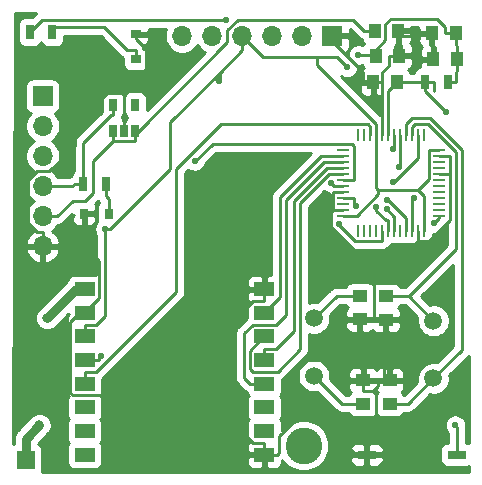
<source format=gtl>
G04 #@! TF.GenerationSoftware,KiCad,Pcbnew,5.1.7-a382d34a8~88~ubuntu18.04.1*
G04 #@! TF.CreationDate,2021-09-05T00:01:39+05:30*
G04 #@! TF.ProjectId,FrontEnd_HeavyDevice_v2,46726f6e-7445-46e6-945f-486561767944,rev?*
G04 #@! TF.SameCoordinates,Original*
G04 #@! TF.FileFunction,Copper,L1,Top*
G04 #@! TF.FilePolarity,Positive*
%FSLAX46Y46*%
G04 Gerber Fmt 4.6, Leading zero omitted, Abs format (unit mm)*
G04 Created by KiCad (PCBNEW 5.1.7-a382d34a8~88~ubuntu18.04.1) date 2021-09-05 00:01:39*
%MOMM*%
%LPD*%
G01*
G04 APERTURE LIST*
G04 #@! TA.AperFunction,ComponentPad*
%ADD10C,3.100000*%
G04 #@! TD*
G04 #@! TA.AperFunction,ComponentPad*
%ADD11O,1.700000X1.700000*%
G04 #@! TD*
G04 #@! TA.AperFunction,ComponentPad*
%ADD12R,1.700000X1.700000*%
G04 #@! TD*
G04 #@! TA.AperFunction,SMDPad,CuDef*
%ADD13R,1.000000X0.230000*%
G04 #@! TD*
G04 #@! TA.AperFunction,SMDPad,CuDef*
%ADD14R,0.230000X1.000000*%
G04 #@! TD*
G04 #@! TA.AperFunction,ComponentPad*
%ADD15R,1.524000X1.524000*%
G04 #@! TD*
G04 #@! TA.AperFunction,SMDPad,CuDef*
%ADD16R,1.000000X1.250000*%
G04 #@! TD*
G04 #@! TA.AperFunction,SMDPad,CuDef*
%ADD17R,1.250000X1.000000*%
G04 #@! TD*
G04 #@! TA.AperFunction,SMDPad,CuDef*
%ADD18R,0.800000X0.900000*%
G04 #@! TD*
G04 #@! TA.AperFunction,SMDPad,CuDef*
%ADD19R,0.900000X0.800000*%
G04 #@! TD*
G04 #@! TA.AperFunction,SMDPad,CuDef*
%ADD20R,0.700000X1.300000*%
G04 #@! TD*
G04 #@! TA.AperFunction,SMDPad,CuDef*
%ADD21R,1.600000X0.760000*%
G04 #@! TD*
G04 #@! TA.AperFunction,SMDPad,CuDef*
%ADD22R,0.650000X1.060000*%
G04 #@! TD*
G04 #@! TA.AperFunction,SMDPad,CuDef*
%ADD23R,1.700000X1.200000*%
G04 #@! TD*
G04 #@! TA.AperFunction,ComponentPad*
%ADD24C,1.500000*%
G04 #@! TD*
G04 #@! TA.AperFunction,ViaPad*
%ADD25C,0.550000*%
G04 #@! TD*
G04 #@! TA.AperFunction,ViaPad*
%ADD26C,0.800000*%
G04 #@! TD*
G04 #@! TA.AperFunction,Conductor*
%ADD27C,0.250000*%
G04 #@! TD*
G04 #@! TA.AperFunction,Conductor*
%ADD28C,0.800000*%
G04 #@! TD*
G04 #@! TA.AperFunction,Conductor*
%ADD29C,0.254000*%
G04 #@! TD*
G04 #@! TA.AperFunction,Conductor*
%ADD30C,0.150000*%
G04 #@! TD*
G04 APERTURE END LIST*
D10*
X120792240Y-116509800D03*
D11*
X98710000Y-99620000D03*
X98710000Y-97080000D03*
X98710000Y-94540000D03*
X98710000Y-92000000D03*
X98710000Y-89460000D03*
D12*
X98710000Y-86920000D03*
D11*
X110523000Y-81833700D03*
X113063000Y-81833700D03*
X115603000Y-81833700D03*
X118143000Y-81833700D03*
X120683000Y-81833700D03*
D12*
X123223000Y-81833700D03*
D13*
X132304000Y-96530200D03*
D14*
X131034000Y-90180200D03*
X130526000Y-90180200D03*
X130018000Y-90180200D03*
X129510000Y-90180200D03*
X129002000Y-90180200D03*
X128494000Y-90180200D03*
X127986000Y-90180200D03*
X127478000Y-90180200D03*
X126970000Y-90180200D03*
X126462000Y-90180200D03*
X125954000Y-90180200D03*
X125446000Y-90180200D03*
D13*
X124176000Y-91450200D03*
X124176000Y-91958200D03*
X124176000Y-92974200D03*
X124176000Y-93482200D03*
X124176000Y-93990200D03*
X124176000Y-94498200D03*
X124176000Y-95006200D03*
X124176000Y-95514200D03*
X124176000Y-96022200D03*
X124176000Y-96530200D03*
X124176000Y-97038200D03*
D14*
X125954000Y-98308200D03*
X126462000Y-98308200D03*
X126970000Y-98308200D03*
X127478000Y-98308200D03*
X127986000Y-98308200D03*
X128494000Y-98308200D03*
X129002000Y-98308200D03*
X129510000Y-98308200D03*
X130018000Y-98308200D03*
X130526000Y-98308200D03*
X131034000Y-98308200D03*
D13*
X132304000Y-97038200D03*
X132304000Y-96022200D03*
X132304000Y-95514200D03*
X132304000Y-95006200D03*
X132304000Y-94498200D03*
X132304000Y-93990200D03*
X132304000Y-93482200D03*
X132304000Y-92974200D03*
X132304000Y-92466200D03*
X132304000Y-91958200D03*
X132304000Y-91450200D03*
D14*
X125446000Y-98308200D03*
D13*
X124176000Y-92466200D03*
D15*
X97287100Y-117704000D03*
D16*
X126831000Y-81400000D03*
X128831000Y-81400000D03*
X131768000Y-83800000D03*
X133768000Y-83800000D03*
X128698000Y-85732600D03*
X126698000Y-85732600D03*
D17*
X127775000Y-103859000D03*
X127775000Y-105859000D03*
X128074000Y-112991000D03*
X128074000Y-110991000D03*
X125565000Y-103816000D03*
X125565000Y-105816000D03*
X125832000Y-110991000D03*
X125832000Y-112991000D03*
D16*
X128900000Y-83500000D03*
X126900000Y-83500000D03*
X133664000Y-81600000D03*
X131664000Y-81600000D03*
D18*
X102209000Y-96875600D03*
X104309000Y-96875600D03*
D19*
X106600000Y-83777800D03*
X106600000Y-81677800D03*
D20*
X104033000Y-94358500D03*
X102133000Y-94358500D03*
X131089000Y-85737700D03*
X132989000Y-85737700D03*
X97630000Y-81500000D03*
X99530000Y-81500000D03*
D21*
X133764000Y-117282000D03*
X126144000Y-117282000D03*
D22*
X104653000Y-87652700D03*
X106553000Y-87652700D03*
X106553000Y-89852700D03*
X105603000Y-89852700D03*
X104653000Y-89852700D03*
D23*
X102255000Y-103279000D03*
X102255000Y-105279000D03*
X102255000Y-107279000D03*
X102255000Y-109279000D03*
X102255000Y-111279000D03*
X102255000Y-113279000D03*
X102255000Y-115279000D03*
X102255000Y-117279000D03*
X117485000Y-117279000D03*
X117485000Y-115279000D03*
X117485000Y-113279000D03*
X117485000Y-111279000D03*
X117485000Y-109279000D03*
X117485000Y-107279000D03*
X117485000Y-105279000D03*
X117485000Y-103279000D03*
D24*
X131796000Y-105951000D03*
X131796000Y-110831000D03*
X121676000Y-110618000D03*
X121676000Y-105738000D03*
D25*
X107378700Y-82844000D03*
X132340000Y-99870000D03*
X126890000Y-86970000D03*
D26*
X98432620Y-114782600D03*
X99098100Y-105717340D03*
D25*
X113650000Y-85630000D03*
X103980800Y-98149900D03*
X124500000Y-84480000D03*
X125440000Y-83440000D03*
X132850000Y-88230000D03*
X133640000Y-114790000D03*
X128851800Y-92933100D03*
X128336500Y-91395100D03*
X127827200Y-96510600D03*
X126941600Y-96340700D03*
X130185200Y-95578500D03*
X131881100Y-97684700D03*
X123759300Y-97737200D03*
X125204000Y-96197100D03*
X111614300Y-92425800D03*
X127842000Y-95680600D03*
X114236496Y-80480004D03*
X128372300Y-94209800D03*
X103634500Y-108972300D03*
X123136400Y-94245100D03*
D27*
X106553000Y-89965800D02*
X106553000Y-90758000D01*
X106553000Y-89852700D02*
X106553000Y-89965800D01*
X99935300Y-97080000D02*
X101249900Y-95765400D01*
X101249900Y-95765400D02*
X102317000Y-95765400D01*
X102317000Y-95765400D02*
X102970500Y-95111900D01*
X102970500Y-95111900D02*
X102970500Y-92440500D01*
X102970500Y-92440500D02*
X104653000Y-90758000D01*
X98710000Y-97080000D02*
X99935300Y-97080000D01*
X104653000Y-90632900D02*
X104653000Y-90758000D01*
X104653000Y-89852700D02*
X104653000Y-90632900D01*
X106553000Y-90758000D02*
X104653000Y-90758000D01*
X125955700Y-81400000D02*
X126831000Y-81400000D01*
X106737600Y-89965800D02*
X114333100Y-82370300D01*
X125005700Y-80450000D02*
X125955700Y-81400000D01*
X106553000Y-89965800D02*
X106737600Y-89965800D01*
X114333100Y-82370300D02*
X114333100Y-81364500D01*
X114333100Y-81364500D02*
X115247600Y-80450000D01*
X115247600Y-80450000D02*
X125005700Y-80450000D01*
X127373100Y-102270700D02*
X130460300Y-99183500D01*
X130460300Y-99183500D02*
X130526000Y-99183500D01*
X126731700Y-105816000D02*
X126731700Y-102912100D01*
X126731700Y-102912100D02*
X127373100Y-102270700D01*
X123300700Y-96530200D02*
X123109000Y-96721900D01*
X123109000Y-96721900D02*
X123109000Y-98006600D01*
X123109000Y-98006600D02*
X127373100Y-102270700D01*
X130526000Y-99183500D02*
X131379100Y-99183500D01*
X131379100Y-99183500D02*
X133179300Y-97383300D01*
X133179300Y-97383300D02*
X133179300Y-93482200D01*
X124176000Y-95006200D02*
X123300700Y-95006200D01*
X123300700Y-96530200D02*
X123300700Y-95006200D01*
X124176000Y-96530200D02*
X123300700Y-96530200D01*
X127573900Y-110991000D02*
X127073700Y-110991000D01*
X128074000Y-110991000D02*
X127573900Y-110991000D01*
X127573900Y-105859000D02*
X126774700Y-105859000D01*
X127775000Y-105859000D02*
X127573900Y-105859000D01*
X127573900Y-110991000D02*
X127573900Y-105859000D01*
X126731700Y-105816000D02*
X126774700Y-105859000D01*
X126565300Y-105816000D02*
X126731700Y-105816000D01*
X126638000Y-111866300D02*
X125832000Y-111866300D01*
X126144000Y-116526700D02*
X126887500Y-115783200D01*
X126887500Y-115783200D02*
X126887500Y-112115800D01*
X126887500Y-112115800D02*
X126638000Y-111866300D01*
X126638000Y-111866300D02*
X127073700Y-111430600D01*
X127073700Y-111430600D02*
X127073700Y-110991000D01*
X105603000Y-86700400D02*
X105603000Y-88947400D01*
X107378700Y-82844000D02*
X107438700Y-82904100D01*
X107438700Y-82904100D02*
X107438700Y-84843100D01*
X107438700Y-84843100D02*
X105603000Y-86678800D01*
X105603000Y-86678800D02*
X105603000Y-86700400D01*
X105603000Y-86700400D02*
X104188600Y-86700400D01*
X104188600Y-86700400D02*
X101407600Y-89481400D01*
X101407600Y-89481400D02*
X101407600Y-91126300D01*
X101407600Y-91126300D02*
X99263900Y-93270000D01*
X99263900Y-93270000D02*
X98189000Y-93270000D01*
X98189000Y-93270000D02*
X97457700Y-94001300D01*
X97457700Y-94001300D02*
X97457700Y-97650200D01*
X97457700Y-97650200D02*
X98202200Y-98394700D01*
X98202200Y-98394700D02*
X98710000Y-98394700D01*
X98710000Y-99620000D02*
X98710000Y-98394700D01*
X102209000Y-99620000D02*
X102209000Y-96875600D01*
X102255000Y-105035100D02*
X102484900Y-105035100D01*
X102484900Y-105035100D02*
X103480400Y-104039600D01*
X103480400Y-104039600D02*
X103480400Y-100891400D01*
X103480400Y-100891400D02*
X102209000Y-99620000D01*
X102209000Y-99620000D02*
X99935300Y-99620000D01*
X98710000Y-99620000D02*
X99935300Y-99620000D01*
X102255000Y-105035100D02*
X102255000Y-104791300D01*
X102255000Y-105279000D02*
X102255000Y-105035100D01*
X106600000Y-82065400D02*
X107378700Y-82844000D01*
X106600000Y-81677800D02*
X106600000Y-82065400D01*
X112576700Y-112254400D02*
X112576700Y-112370600D01*
X112576700Y-112370600D02*
X116509800Y-116303700D01*
X116509800Y-116303700D02*
X117485000Y-116303700D01*
X117485000Y-104254300D02*
X116509700Y-104254300D01*
X116509700Y-104254300D02*
X112576700Y-108187300D01*
X112576700Y-108187300D02*
X112576700Y-112254400D01*
X112576700Y-112254400D02*
X101239400Y-112254400D01*
X101239400Y-112254400D02*
X101029600Y-112044600D01*
X101029600Y-112044600D02*
X101029600Y-106016700D01*
X101029600Y-106016700D02*
X102255000Y-104791300D01*
X117485000Y-103279000D02*
X117485000Y-104254300D01*
X117485000Y-117279000D02*
X117485000Y-116303700D01*
X132304000Y-91958200D02*
X133179300Y-91958200D01*
X133179300Y-93482200D02*
X133179300Y-91958200D01*
X133054200Y-93482200D02*
X133179300Y-93482200D01*
X125565000Y-105816000D02*
X126565300Y-105816000D01*
X132304000Y-93482200D02*
X133054200Y-93482200D01*
X130526000Y-98308200D02*
X130526000Y-99183500D01*
X131768000Y-83800000D02*
X131768000Y-82799700D01*
X131768000Y-82799700D02*
X131664000Y-82695700D01*
X131664000Y-82695700D02*
X131664000Y-81600000D01*
X131664000Y-81600000D02*
X130788700Y-81600000D01*
X128831000Y-81875000D02*
X130513700Y-81875000D01*
X130513700Y-81875000D02*
X130788700Y-81600000D01*
X128831000Y-81875000D02*
X128831000Y-82400300D01*
X128831000Y-81400000D02*
X128831000Y-81875000D01*
X128552900Y-83500000D02*
X128552900Y-82678400D01*
X128552900Y-82678400D02*
X128831000Y-82400300D01*
X128552900Y-83500000D02*
X128024700Y-83500000D01*
X128900000Y-83500000D02*
X128552900Y-83500000D01*
X127478000Y-85732600D02*
X127478000Y-84922000D01*
X127478000Y-84922000D02*
X128024700Y-84375300D01*
X128024700Y-84375300D02*
X128024700Y-83500000D01*
X127396700Y-85732600D02*
X127478000Y-85732600D01*
X126144000Y-117282000D02*
X126144000Y-116526700D01*
X105603000Y-89852700D02*
X105603000Y-88947400D01*
X126698000Y-85732600D02*
X127396700Y-85732600D01*
X125832000Y-110991000D02*
X125832000Y-111866300D01*
X127478000Y-86942000D02*
X127478000Y-90180200D01*
X126918000Y-86942000D02*
X126890000Y-86970000D01*
X127478000Y-86942000D02*
X126918000Y-86942000D01*
X127478000Y-85732600D02*
X127478000Y-86942000D01*
X131653500Y-99183500D02*
X132340000Y-99870000D01*
X131379100Y-99183500D02*
X131653500Y-99183500D01*
X126698000Y-85732600D02*
X125822700Y-85732600D01*
X123223000Y-82243000D02*
X123223000Y-81833700D01*
X125822700Y-84842700D02*
X123223000Y-82243000D01*
X125822700Y-85732600D02*
X125822700Y-84842700D01*
D28*
X97287100Y-115928120D02*
X98432620Y-114782600D01*
X97287100Y-117704000D02*
X97287100Y-115928120D01*
X101536440Y-103279000D02*
X102255000Y-103279000D01*
X99098100Y-105717340D02*
X101536440Y-103279000D01*
D27*
X126144000Y-117282000D02*
X125222040Y-117282000D01*
X125222040Y-117282000D02*
X122275600Y-114335560D01*
X118710001Y-117141699D02*
X118572700Y-117279000D01*
X120117478Y-114335560D02*
X118710001Y-115743037D01*
X118710001Y-115743037D02*
X118710001Y-117141699D01*
X122275600Y-114335560D02*
X120117478Y-114335560D01*
X117485000Y-117279000D02*
X118572700Y-117279000D01*
X127117300Y-94895500D02*
X130513900Y-94895500D01*
X125051300Y-97038200D02*
X125290200Y-97038200D01*
X125290200Y-97038200D02*
X127117300Y-95211100D01*
X127117300Y-95211100D02*
X127117300Y-94895500D01*
X126970000Y-90180200D02*
X126970000Y-94748200D01*
X126970000Y-94748200D02*
X127117300Y-94895500D01*
X131034000Y-97432900D02*
X131034000Y-95415600D01*
X131034000Y-95415600D02*
X130513900Y-94895500D01*
X130513900Y-94895500D02*
X131428700Y-93980700D01*
X131428700Y-93980700D02*
X131428700Y-91450200D01*
X132304000Y-91450200D02*
X131428700Y-91450200D01*
X131034000Y-98308200D02*
X131034000Y-97432900D01*
X109525100Y-89136900D02*
X109525100Y-93068300D01*
X109525100Y-93068300D02*
X104443500Y-98149900D01*
X104443500Y-98149900D02*
X103980800Y-98149900D01*
X126970000Y-89304900D02*
X121953000Y-84287900D01*
X124176000Y-97038200D02*
X125051300Y-97038200D01*
X102133000Y-94358500D02*
X101407700Y-94358500D01*
X98710000Y-94540000D02*
X101226200Y-94540000D01*
X101226200Y-94540000D02*
X101407700Y-94358500D01*
X126970000Y-90180200D02*
X126970000Y-89304900D01*
X115603000Y-81833700D02*
X115603000Y-83059000D01*
X102255000Y-106303700D02*
X103230300Y-106303700D01*
X103230300Y-106303700D02*
X103980800Y-105553200D01*
X103980800Y-105553200D02*
X103980800Y-98149900D01*
X133664000Y-81600000D02*
X133664000Y-82600300D01*
X133768000Y-83800000D02*
X133768000Y-82704300D01*
X133768000Y-82704300D02*
X133664000Y-82600300D01*
X133768000Y-84300100D02*
X133768000Y-83800000D01*
X133664000Y-81600000D02*
X132788700Y-81600000D01*
X126900000Y-82999800D02*
X127706400Y-82193400D01*
X127706400Y-82193400D02*
X127706400Y-80825100D01*
X127706400Y-80825100D02*
X128176100Y-80355400D01*
X128176100Y-80355400D02*
X132091200Y-80355400D01*
X132091200Y-80355400D02*
X132788700Y-81052900D01*
X132788700Y-81052900D02*
X132788700Y-81600000D01*
X126900000Y-83500000D02*
X126900000Y-82999800D01*
X102255000Y-107279000D02*
X102255000Y-106303700D01*
X104653000Y-87652700D02*
X104653000Y-88558000D01*
X104653000Y-88558000D02*
X104477900Y-88558000D01*
X104477900Y-88558000D02*
X102133000Y-90902900D01*
X102133000Y-90902900D02*
X102133000Y-94358500D01*
X132989000Y-85737700D02*
X133714300Y-85737700D01*
X133768000Y-84300100D02*
X133768000Y-84800300D01*
X133714300Y-85737700D02*
X133714300Y-84854000D01*
X133714300Y-84854000D02*
X133768000Y-84800300D01*
X117346300Y-83577000D02*
X121953000Y-83577000D01*
X115603000Y-81833700D02*
X117346300Y-83577000D01*
X121953000Y-84287900D02*
X121953000Y-83577000D01*
X126764102Y-82999800D02*
X126900000Y-82999800D01*
X126840000Y-83440000D02*
X126900000Y-83500000D01*
X125440000Y-83440000D02*
X126840000Y-83440000D01*
X123597000Y-83577000D02*
X124500000Y-84480000D01*
X121953000Y-83577000D02*
X123597000Y-83577000D01*
X113706000Y-85574000D02*
X113650000Y-85630000D01*
X113706000Y-84956000D02*
X109525100Y-89136900D01*
X113706000Y-84956000D02*
X113706000Y-85574000D01*
X115603000Y-83059000D02*
X113706000Y-84956000D01*
X131089000Y-85737700D02*
X131814300Y-85737700D01*
X133764000Y-117282000D02*
X133764000Y-116526700D01*
X131814300Y-86463000D02*
X131814300Y-85737700D01*
X128716100Y-85732600D02*
X127986000Y-86462700D01*
X127986000Y-86462700D02*
X127986000Y-90180200D01*
X128716100Y-85732600D02*
X129573300Y-85732600D01*
X128698000Y-85732600D02*
X128716100Y-85732600D01*
X131089000Y-85737700D02*
X129578400Y-85737700D01*
X129578400Y-85737700D02*
X129573300Y-85732600D01*
X131089000Y-86469000D02*
X132850000Y-88230000D01*
X131089000Y-85737700D02*
X131089000Y-86469000D01*
X133764000Y-114914000D02*
X133640000Y-114790000D01*
X133764000Y-116526700D02*
X133764000Y-114914000D01*
X129704000Y-103859000D02*
X127775000Y-103859000D01*
X131796000Y-105951000D02*
X129704000Y-103859000D01*
X129704000Y-103859000D02*
X133704000Y-99859000D01*
X133704000Y-99859000D02*
X133704000Y-91691400D01*
X133704000Y-91691400D02*
X131317500Y-89304900D01*
X131317500Y-89304900D02*
X130255600Y-89304900D01*
X130255600Y-89304900D02*
X130018000Y-89542500D01*
X130018000Y-89542500D02*
X130018000Y-90180200D01*
X129510000Y-89304900D02*
X130010300Y-88804600D01*
X130010300Y-88804600D02*
X131524800Y-88804600D01*
X131524800Y-88804600D02*
X134204300Y-91484100D01*
X134204300Y-91484100D02*
X134204300Y-108422700D01*
X134204300Y-108422700D02*
X131796000Y-110831000D01*
X129510000Y-90180200D02*
X129510000Y-89304900D01*
X128074000Y-112991000D02*
X129636000Y-112991000D01*
X129636000Y-112991000D02*
X131796000Y-110831000D01*
X129002000Y-91055500D02*
X129002000Y-92782900D01*
X129002000Y-92782900D02*
X128851800Y-92933100D01*
X129002000Y-90180200D02*
X129002000Y-91055500D01*
X121676000Y-105738000D02*
X123598000Y-103816000D01*
X123598000Y-103816000D02*
X125565000Y-103816000D01*
X128494000Y-90180200D02*
X128494000Y-91237600D01*
X128494000Y-91237600D02*
X128336500Y-91395100D01*
X121676000Y-110618000D02*
X124049000Y-112991000D01*
X124049000Y-112991000D02*
X125832000Y-112991000D01*
X104033000Y-94358500D02*
X104033000Y-95383800D01*
X104033000Y-95383800D02*
X104309000Y-95659800D01*
X104309000Y-95659800D02*
X104309000Y-96875600D01*
X106600000Y-83777800D02*
X106600000Y-83002500D01*
X99550000Y-81100000D02*
X103922200Y-81100000D01*
X103922200Y-81100000D02*
X105824700Y-83002500D01*
X105824700Y-83002500D02*
X106600000Y-83002500D01*
X127827200Y-96510600D02*
X128494000Y-97177400D01*
X128494000Y-97177400D02*
X128494000Y-98308200D01*
X127986000Y-98308200D02*
X127986000Y-97432900D01*
X126941600Y-96340700D02*
X126941600Y-96613100D01*
X126941600Y-96613100D02*
X127761400Y-97432900D01*
X127761400Y-97432900D02*
X127986000Y-97432900D01*
X130018000Y-98308200D02*
X130018000Y-95745700D01*
X130018000Y-95745700D02*
X130185200Y-95578500D01*
X132304000Y-97038200D02*
X132304000Y-97261800D01*
X132304000Y-97261800D02*
X131881100Y-97684700D01*
X127478000Y-99183500D02*
X125132700Y-99183500D01*
X125132700Y-99183500D02*
X123759300Y-97810100D01*
X123759300Y-97810100D02*
X123759300Y-97737200D01*
X127478000Y-98308200D02*
X127478000Y-99183500D01*
X125051300Y-95514200D02*
X125051300Y-96044400D01*
X125051300Y-96044400D02*
X125204000Y-96197100D01*
X124176000Y-95514200D02*
X125051300Y-95514200D01*
X125051300Y-93990200D02*
X125051300Y-91128900D01*
X125051300Y-91128900D02*
X124875800Y-90953400D01*
X124875800Y-90953400D02*
X113086700Y-90953400D01*
X113086700Y-90953400D02*
X111614300Y-92425800D01*
X124176000Y-93990200D02*
X125051300Y-93990200D01*
X129510000Y-98308200D02*
X129510000Y-97235600D01*
X129510000Y-97235600D02*
X127955000Y-95680600D01*
X127955000Y-95680600D02*
X127842000Y-95680600D01*
X113847588Y-80480004D02*
X114236496Y-80480004D01*
X100544999Y-80474999D02*
X100550004Y-80480004D01*
X98655001Y-80474999D02*
X100544999Y-80474999D01*
X97630000Y-81500000D02*
X98655001Y-80474999D01*
X100550004Y-80480004D02*
X113847588Y-80480004D01*
X123300700Y-91958200D02*
X122278700Y-91958200D01*
X122278700Y-91958200D02*
X118799500Y-95437400D01*
X118799500Y-95437400D02*
X118799500Y-103964500D01*
X118799500Y-103964500D02*
X117485000Y-105279000D01*
X124176000Y-91958200D02*
X123300700Y-91958200D01*
X128372300Y-94209800D02*
X128494900Y-94209800D01*
X128494900Y-94209800D02*
X130526000Y-92178700D01*
X130526000Y-92178700D02*
X130526000Y-90180200D01*
X102255000Y-109279000D02*
X103480300Y-109279000D01*
X103480300Y-109279000D02*
X103480300Y-109126500D01*
X103480300Y-109126500D02*
X103634500Y-108972300D01*
X126462000Y-90180200D02*
X126462000Y-89504600D01*
X126462000Y-89504600D02*
X126259400Y-89302000D01*
X126259400Y-89302000D02*
X113818400Y-89302000D01*
X113818400Y-89302000D02*
X110025400Y-93095000D01*
X110025400Y-93095000D02*
X110025400Y-103508600D01*
X110025400Y-103508600D02*
X103230300Y-110303700D01*
X103230300Y-110303700D02*
X102255000Y-110303700D01*
X102255000Y-111279000D02*
X102255000Y-110303700D01*
X124176000Y-92466200D02*
X122515000Y-92466200D01*
X122515000Y-92466200D02*
X119299900Y-95681300D01*
X119299900Y-95681300D02*
X119299900Y-105464100D01*
X119299900Y-105464100D02*
X118460400Y-106303600D01*
X118460400Y-106303600D02*
X116479200Y-106303600D01*
X116479200Y-106303600D02*
X115759400Y-107023400D01*
X115759400Y-107023400D02*
X115759400Y-110778700D01*
X115759400Y-110778700D02*
X116259700Y-111279000D01*
X117485000Y-111279000D02*
X116259700Y-111279000D01*
X123300700Y-92974200D02*
X122772300Y-92974200D01*
X122772300Y-92974200D02*
X119977300Y-95769200D01*
X119977300Y-95769200D02*
X119977300Y-106786700D01*
X119977300Y-106786700D02*
X118460300Y-108303700D01*
X118460300Y-108303700D02*
X117485000Y-108303700D01*
X124176000Y-92974200D02*
X123300700Y-92974200D01*
X117485000Y-109279000D02*
X117485000Y-108303700D01*
X117485000Y-107279000D02*
X116259700Y-108504300D01*
X116259700Y-108504300D02*
X116259700Y-110035700D01*
X116259700Y-110035700D02*
X116478400Y-110254400D01*
X116478400Y-110254400D02*
X118595000Y-110254400D01*
X118595000Y-110254400D02*
X120477700Y-108371700D01*
X120477700Y-108371700D02*
X120477700Y-95976500D01*
X120477700Y-95976500D02*
X122972000Y-93482200D01*
X122972000Y-93482200D02*
X124176000Y-93482200D01*
X123300700Y-94498200D02*
X123300700Y-94409400D01*
X123300700Y-94409400D02*
X123136400Y-94245100D01*
X124176000Y-94498200D02*
X123300700Y-94498200D01*
D29*
X98136074Y-79917703D02*
X98115000Y-79934998D01*
X98091202Y-79963996D01*
X97843270Y-80211928D01*
X97280000Y-80211928D01*
X97155518Y-80224188D01*
X97035820Y-80260498D01*
X96925506Y-80319463D01*
X96828815Y-80398815D01*
X96749463Y-80495506D01*
X96690498Y-80605820D01*
X96654188Y-80725518D01*
X96641928Y-80850000D01*
X96641928Y-82150000D01*
X96654188Y-82274482D01*
X96690498Y-82394180D01*
X96749463Y-82504494D01*
X96828815Y-82601185D01*
X96925506Y-82680537D01*
X97035820Y-82739502D01*
X97155518Y-82775812D01*
X97280000Y-82788072D01*
X97980000Y-82788072D01*
X98104482Y-82775812D01*
X98224180Y-82739502D01*
X98334494Y-82680537D01*
X98431185Y-82601185D01*
X98510537Y-82504494D01*
X98569502Y-82394180D01*
X98580000Y-82359573D01*
X98590498Y-82394180D01*
X98649463Y-82504494D01*
X98728815Y-82601185D01*
X98825506Y-82680537D01*
X98935820Y-82739502D01*
X99055518Y-82775812D01*
X99180000Y-82788072D01*
X99880000Y-82788072D01*
X100004482Y-82775812D01*
X100124180Y-82739502D01*
X100234494Y-82680537D01*
X100331185Y-82601185D01*
X100410537Y-82504494D01*
X100469502Y-82394180D01*
X100505812Y-82274482D01*
X100518072Y-82150000D01*
X100518072Y-81860000D01*
X103607399Y-81860000D01*
X105260901Y-83513503D01*
X105284699Y-83542501D01*
X105400424Y-83637474D01*
X105511928Y-83697075D01*
X105511928Y-84177800D01*
X105524188Y-84302282D01*
X105560498Y-84421980D01*
X105619463Y-84532294D01*
X105698815Y-84628985D01*
X105795506Y-84708337D01*
X105905820Y-84767302D01*
X106025518Y-84803612D01*
X106150000Y-84815872D01*
X107050000Y-84815872D01*
X107174482Y-84803612D01*
X107294180Y-84767302D01*
X107404494Y-84708337D01*
X107501185Y-84628985D01*
X107580537Y-84532294D01*
X107639502Y-84421980D01*
X107675812Y-84302282D01*
X107688072Y-84177800D01*
X107688072Y-83377800D01*
X107675812Y-83253318D01*
X107639502Y-83133620D01*
X107580537Y-83023306D01*
X107501185Y-82926615D01*
X107404494Y-82847263D01*
X107336001Y-82810652D01*
X107305546Y-82710253D01*
X107284205Y-82670328D01*
X107294180Y-82667302D01*
X107404494Y-82608337D01*
X107501185Y-82528985D01*
X107580537Y-82432294D01*
X107639502Y-82321980D01*
X107675812Y-82202282D01*
X107688072Y-82077800D01*
X107685000Y-81963550D01*
X107526250Y-81804800D01*
X106727000Y-81804800D01*
X106727000Y-81824800D01*
X106473000Y-81824800D01*
X106473000Y-81804800D01*
X106453000Y-81804800D01*
X106453000Y-81550800D01*
X106473000Y-81550800D01*
X106473000Y-81530800D01*
X106727000Y-81530800D01*
X106727000Y-81550800D01*
X107526250Y-81550800D01*
X107685000Y-81392050D01*
X107688072Y-81277800D01*
X107684350Y-81240004D01*
X109161565Y-81240004D01*
X109095068Y-81400542D01*
X109038000Y-81687440D01*
X109038000Y-81979960D01*
X109095068Y-82266858D01*
X109207010Y-82537111D01*
X109369525Y-82780332D01*
X109576368Y-82987175D01*
X109819589Y-83149690D01*
X110089842Y-83261632D01*
X110376740Y-83318700D01*
X110669260Y-83318700D01*
X110956158Y-83261632D01*
X111226411Y-83149690D01*
X111469632Y-82987175D01*
X111676475Y-82780332D01*
X111793000Y-82605940D01*
X111909525Y-82780332D01*
X112116368Y-82987175D01*
X112359589Y-83149690D01*
X112443961Y-83184638D01*
X107516072Y-88112527D01*
X107516072Y-87122700D01*
X107503812Y-86998218D01*
X107467502Y-86878520D01*
X107408537Y-86768206D01*
X107329185Y-86671515D01*
X107232494Y-86592163D01*
X107122180Y-86533198D01*
X107002482Y-86496888D01*
X106878000Y-86484628D01*
X106228000Y-86484628D01*
X106103518Y-86496888D01*
X105983820Y-86533198D01*
X105873506Y-86592163D01*
X105776815Y-86671515D01*
X105697463Y-86768206D01*
X105638498Y-86878520D01*
X105603000Y-86995541D01*
X105567502Y-86878520D01*
X105508537Y-86768206D01*
X105429185Y-86671515D01*
X105332494Y-86592163D01*
X105222180Y-86533198D01*
X105102482Y-86496888D01*
X104978000Y-86484628D01*
X104328000Y-86484628D01*
X104203518Y-86496888D01*
X104083820Y-86533198D01*
X103973506Y-86592163D01*
X103876815Y-86671515D01*
X103797463Y-86768206D01*
X103738498Y-86878520D01*
X103702188Y-86998218D01*
X103689928Y-87122700D01*
X103689928Y-88182700D01*
X103697860Y-88263237D01*
X101622002Y-90339096D01*
X101592999Y-90362899D01*
X101557109Y-90406632D01*
X101498026Y-90478624D01*
X101478316Y-90515499D01*
X101427454Y-90610654D01*
X101383997Y-90753915D01*
X101373000Y-90865568D01*
X101373000Y-90865578D01*
X101369324Y-90902900D01*
X101373000Y-90940223D01*
X101373001Y-93223515D01*
X101331815Y-93257315D01*
X101252463Y-93354006D01*
X101193498Y-93464320D01*
X101157188Y-93584018D01*
X101151475Y-93642027D01*
X101115453Y-93652954D01*
X100983424Y-93723526D01*
X100914610Y-93780000D01*
X99988178Y-93780000D01*
X99863475Y-93593368D01*
X99656632Y-93386525D01*
X99482240Y-93270000D01*
X99656632Y-93153475D01*
X99863475Y-92946632D01*
X100025990Y-92703411D01*
X100137932Y-92433158D01*
X100195000Y-92146260D01*
X100195000Y-91853740D01*
X100137932Y-91566842D01*
X100025990Y-91296589D01*
X99863475Y-91053368D01*
X99656632Y-90846525D01*
X99482240Y-90730000D01*
X99656632Y-90613475D01*
X99863475Y-90406632D01*
X100025990Y-90163411D01*
X100137932Y-89893158D01*
X100195000Y-89606260D01*
X100195000Y-89313740D01*
X100137932Y-89026842D01*
X100025990Y-88756589D01*
X99863475Y-88513368D01*
X99731620Y-88381513D01*
X99804180Y-88359502D01*
X99914494Y-88300537D01*
X100011185Y-88221185D01*
X100090537Y-88124494D01*
X100149502Y-88014180D01*
X100185812Y-87894482D01*
X100198072Y-87770000D01*
X100198072Y-86070000D01*
X100185812Y-85945518D01*
X100149502Y-85825820D01*
X100090537Y-85715506D01*
X100011185Y-85618815D01*
X99914494Y-85539463D01*
X99804180Y-85480498D01*
X99684482Y-85444188D01*
X99560000Y-85431928D01*
X97860000Y-85431928D01*
X97735518Y-85444188D01*
X97615820Y-85480498D01*
X97505506Y-85539463D01*
X97408815Y-85618815D01*
X97329463Y-85715506D01*
X97270498Y-85825820D01*
X97234188Y-85945518D01*
X97221928Y-86070000D01*
X97221928Y-87770000D01*
X97234188Y-87894482D01*
X97270498Y-88014180D01*
X97329463Y-88124494D01*
X97408815Y-88221185D01*
X97505506Y-88300537D01*
X97615820Y-88359502D01*
X97688380Y-88381513D01*
X97556525Y-88513368D01*
X97394010Y-88756589D01*
X97282068Y-89026842D01*
X97225000Y-89313740D01*
X97225000Y-89606260D01*
X97282068Y-89893158D01*
X97394010Y-90163411D01*
X97556525Y-90406632D01*
X97763368Y-90613475D01*
X97937760Y-90730000D01*
X97763368Y-90846525D01*
X97556525Y-91053368D01*
X97394010Y-91296589D01*
X97282068Y-91566842D01*
X97225000Y-91853740D01*
X97225000Y-92146260D01*
X97282068Y-92433158D01*
X97394010Y-92703411D01*
X97556525Y-92946632D01*
X97763368Y-93153475D01*
X97937760Y-93270000D01*
X97763368Y-93386525D01*
X97556525Y-93593368D01*
X97394010Y-93836589D01*
X97282068Y-94106842D01*
X97225000Y-94393740D01*
X97225000Y-94686260D01*
X97282068Y-94973158D01*
X97394010Y-95243411D01*
X97556525Y-95486632D01*
X97763368Y-95693475D01*
X97937760Y-95810000D01*
X97763368Y-95926525D01*
X97556525Y-96133368D01*
X97394010Y-96376589D01*
X97282068Y-96646842D01*
X97225000Y-96933740D01*
X97225000Y-97226260D01*
X97282068Y-97513158D01*
X97394010Y-97783411D01*
X97556525Y-98026632D01*
X97763368Y-98233475D01*
X97945534Y-98355195D01*
X97828645Y-98424822D01*
X97612412Y-98619731D01*
X97438359Y-98853080D01*
X97313175Y-99115901D01*
X97268524Y-99263110D01*
X97389845Y-99493000D01*
X98583000Y-99493000D01*
X98583000Y-99473000D01*
X98837000Y-99473000D01*
X98837000Y-99493000D01*
X100030155Y-99493000D01*
X100151476Y-99263110D01*
X100106825Y-99115901D01*
X99981641Y-98853080D01*
X99807588Y-98619731D01*
X99591355Y-98424822D01*
X99474466Y-98355195D01*
X99656632Y-98233475D01*
X99863475Y-98026632D01*
X99989274Y-97838361D01*
X100084286Y-97829003D01*
X100227547Y-97785546D01*
X100359576Y-97714974D01*
X100475301Y-97620001D01*
X100499104Y-97590997D01*
X101174000Y-96916102D01*
X101174000Y-97002602D01*
X101332748Y-97002602D01*
X101174000Y-97161350D01*
X101170928Y-97325600D01*
X101183188Y-97450082D01*
X101219498Y-97569780D01*
X101278463Y-97680094D01*
X101357815Y-97776785D01*
X101454506Y-97856137D01*
X101564820Y-97915102D01*
X101684518Y-97951412D01*
X101809000Y-97963672D01*
X101923250Y-97960600D01*
X102082000Y-97801850D01*
X102082000Y-97002600D01*
X102336000Y-97002600D01*
X102336000Y-97801850D01*
X102494750Y-97960600D01*
X102609000Y-97963672D01*
X102733482Y-97951412D01*
X102853180Y-97915102D01*
X102963494Y-97856137D01*
X103060185Y-97776785D01*
X103139537Y-97680094D01*
X103198502Y-97569780D01*
X103234812Y-97450082D01*
X103247072Y-97325600D01*
X103244000Y-97161350D01*
X103085250Y-97002600D01*
X102336000Y-97002600D01*
X102082000Y-97002600D01*
X102062000Y-97002600D01*
X102062000Y-96748600D01*
X102082000Y-96748600D01*
X102082000Y-96728600D01*
X102336000Y-96728600D01*
X102336000Y-96748600D01*
X103085250Y-96748600D01*
X103244000Y-96589850D01*
X103247072Y-96425600D01*
X103234812Y-96301118D01*
X103198502Y-96181420D01*
X103139537Y-96071106D01*
X103115448Y-96041753D01*
X103380993Y-95776209D01*
X103398026Y-95808076D01*
X103460880Y-95884663D01*
X103493000Y-95923801D01*
X103506244Y-95934670D01*
X103457815Y-95974415D01*
X103378463Y-96071106D01*
X103319498Y-96181420D01*
X103283188Y-96301118D01*
X103270928Y-96425600D01*
X103270928Y-97325600D01*
X103283188Y-97450082D01*
X103308905Y-97534861D01*
X103273957Y-97569809D01*
X103174369Y-97718853D01*
X103105771Y-97884463D01*
X103070800Y-98060273D01*
X103070800Y-98239527D01*
X103105771Y-98415337D01*
X103174369Y-98580947D01*
X103220801Y-98650437D01*
X103220800Y-102052333D01*
X103105000Y-102040928D01*
X101405000Y-102040928D01*
X101280518Y-102053188D01*
X101160820Y-102089498D01*
X101050506Y-102148463D01*
X100953815Y-102227815D01*
X100874463Y-102324506D01*
X100815498Y-102434820D01*
X100779188Y-102554518D01*
X100777429Y-102572379D01*
X100768637Y-102583092D01*
X98438329Y-104913401D01*
X98438326Y-104913403D01*
X98294163Y-105057566D01*
X98265771Y-105100057D01*
X98233366Y-105139543D01*
X98209287Y-105184592D01*
X98180895Y-105227084D01*
X98161336Y-105274304D01*
X98137260Y-105319347D01*
X98122435Y-105368218D01*
X98102874Y-105415442D01*
X98092903Y-105465572D01*
X98078077Y-105514445D01*
X98073071Y-105565273D01*
X98063100Y-105615401D01*
X98063100Y-105666512D01*
X98058094Y-105717340D01*
X98063100Y-105768168D01*
X98063100Y-105819279D01*
X98073071Y-105869407D01*
X98078077Y-105920235D01*
X98092903Y-105969108D01*
X98102874Y-106019238D01*
X98122435Y-106066462D01*
X98137260Y-106115333D01*
X98161336Y-106160376D01*
X98180895Y-106207596D01*
X98209287Y-106250088D01*
X98233366Y-106295137D01*
X98265772Y-106334624D01*
X98294163Y-106377114D01*
X98330297Y-106413248D01*
X98362704Y-106452736D01*
X98402192Y-106485143D01*
X98438326Y-106521277D01*
X98480816Y-106549668D01*
X98520303Y-106582074D01*
X98565352Y-106606153D01*
X98607844Y-106634545D01*
X98655064Y-106654104D01*
X98700107Y-106678180D01*
X98748978Y-106693005D01*
X98796202Y-106712566D01*
X98846332Y-106722537D01*
X98895205Y-106737363D01*
X98946033Y-106742369D01*
X98996161Y-106752340D01*
X99047272Y-106752340D01*
X99098100Y-106757346D01*
X99148928Y-106752340D01*
X99200039Y-106752340D01*
X99250167Y-106742369D01*
X99300995Y-106737363D01*
X99349868Y-106722537D01*
X99399998Y-106712566D01*
X99447222Y-106693005D01*
X99496093Y-106678180D01*
X99541136Y-106654104D01*
X99588356Y-106634545D01*
X99630848Y-106606153D01*
X99675897Y-106582074D01*
X99715383Y-106549669D01*
X99757874Y-106521277D01*
X99902037Y-106377114D01*
X99902039Y-106377111D01*
X100873149Y-105406002D01*
X100928748Y-105406002D01*
X100770000Y-105564750D01*
X100766928Y-105879000D01*
X100779188Y-106003482D01*
X100815498Y-106123180D01*
X100874463Y-106233494D01*
X100911809Y-106279000D01*
X100874463Y-106324506D01*
X100815498Y-106434820D01*
X100779188Y-106554518D01*
X100766928Y-106679000D01*
X100766928Y-107879000D01*
X100779188Y-108003482D01*
X100815498Y-108123180D01*
X100874463Y-108233494D01*
X100911809Y-108279000D01*
X100874463Y-108324506D01*
X100815498Y-108434820D01*
X100779188Y-108554518D01*
X100766928Y-108679000D01*
X100766928Y-109879000D01*
X100779188Y-110003482D01*
X100815498Y-110123180D01*
X100874463Y-110233494D01*
X100911809Y-110279000D01*
X100874463Y-110324506D01*
X100815498Y-110434820D01*
X100779188Y-110554518D01*
X100766928Y-110679000D01*
X100766928Y-111879000D01*
X100779188Y-112003482D01*
X100815498Y-112123180D01*
X100874463Y-112233494D01*
X100911809Y-112279000D01*
X100874463Y-112324506D01*
X100815498Y-112434820D01*
X100779188Y-112554518D01*
X100766928Y-112679000D01*
X100766928Y-113879000D01*
X100779188Y-114003482D01*
X100815498Y-114123180D01*
X100874463Y-114233494D01*
X100911809Y-114279000D01*
X100874463Y-114324506D01*
X100815498Y-114434820D01*
X100779188Y-114554518D01*
X100766928Y-114679000D01*
X100766928Y-115879000D01*
X100779188Y-116003482D01*
X100815498Y-116123180D01*
X100874463Y-116233494D01*
X100911809Y-116279000D01*
X100874463Y-116324506D01*
X100815498Y-116434820D01*
X100779188Y-116554518D01*
X100766928Y-116679000D01*
X100766928Y-117879000D01*
X100779188Y-118003482D01*
X100815498Y-118123180D01*
X100874463Y-118233494D01*
X100953815Y-118330185D01*
X101050506Y-118409537D01*
X101160820Y-118468502D01*
X101280518Y-118504812D01*
X101405000Y-118517072D01*
X103105000Y-118517072D01*
X103229482Y-118504812D01*
X103349180Y-118468502D01*
X103459494Y-118409537D01*
X103556185Y-118330185D01*
X103635537Y-118233494D01*
X103694502Y-118123180D01*
X103730812Y-118003482D01*
X103743072Y-117879000D01*
X115996928Y-117879000D01*
X116009188Y-118003482D01*
X116045498Y-118123180D01*
X116104463Y-118233494D01*
X116183815Y-118330185D01*
X116280506Y-118409537D01*
X116390820Y-118468502D01*
X116510518Y-118504812D01*
X116635000Y-118517072D01*
X117199250Y-118514000D01*
X117358000Y-118355250D01*
X117358000Y-117406000D01*
X116158750Y-117406000D01*
X116000000Y-117564750D01*
X115996928Y-117879000D01*
X103743072Y-117879000D01*
X103743072Y-116679000D01*
X103730812Y-116554518D01*
X103694502Y-116434820D01*
X103635537Y-116324506D01*
X103598191Y-116279000D01*
X103635537Y-116233494D01*
X103694502Y-116123180D01*
X103730812Y-116003482D01*
X103743072Y-115879000D01*
X103743072Y-114679000D01*
X103730812Y-114554518D01*
X103694502Y-114434820D01*
X103635537Y-114324506D01*
X103598191Y-114279000D01*
X103635537Y-114233494D01*
X103694502Y-114123180D01*
X103730812Y-114003482D01*
X103743072Y-113879000D01*
X103743072Y-112679000D01*
X103730812Y-112554518D01*
X103694502Y-112434820D01*
X103635537Y-112324506D01*
X103598191Y-112279000D01*
X103635537Y-112233494D01*
X103694502Y-112123180D01*
X103730812Y-112003482D01*
X103743072Y-111879000D01*
X103743072Y-110866047D01*
X103770301Y-110843701D01*
X103794104Y-110814697D01*
X110536403Y-104072399D01*
X110565401Y-104048601D01*
X110660374Y-103932876D01*
X110730946Y-103800847D01*
X110774403Y-103657586D01*
X110785400Y-103545933D01*
X110789077Y-103508600D01*
X110785400Y-103471267D01*
X110785400Y-102679000D01*
X115996928Y-102679000D01*
X116000000Y-102993250D01*
X116158750Y-103152000D01*
X117358000Y-103152000D01*
X117358000Y-102202750D01*
X117199250Y-102044000D01*
X116635000Y-102040928D01*
X116510518Y-102053188D01*
X116390820Y-102089498D01*
X116280506Y-102148463D01*
X116183815Y-102227815D01*
X116104463Y-102324506D01*
X116045498Y-102434820D01*
X116009188Y-102554518D01*
X115996928Y-102679000D01*
X110785400Y-102679000D01*
X110785400Y-93409801D01*
X111051203Y-93143998D01*
X111183253Y-93232231D01*
X111348863Y-93300829D01*
X111524673Y-93335800D01*
X111703927Y-93335800D01*
X111879737Y-93300829D01*
X112045347Y-93232231D01*
X112194391Y-93132643D01*
X112321143Y-93005891D01*
X112420731Y-92856847D01*
X112489329Y-92691237D01*
X112505634Y-92609267D01*
X113401502Y-91713400D01*
X121448698Y-91713400D01*
X118288503Y-94873596D01*
X118259499Y-94897399D01*
X118212840Y-94954254D01*
X118164526Y-95013124D01*
X118099795Y-95134226D01*
X118093954Y-95145154D01*
X118050497Y-95288415D01*
X118039500Y-95400068D01*
X118039500Y-95400078D01*
X118035824Y-95437400D01*
X118039500Y-95474722D01*
X118039501Y-102042537D01*
X117770750Y-102044000D01*
X117612000Y-102202750D01*
X117612000Y-103152000D01*
X117632000Y-103152000D01*
X117632000Y-103406000D01*
X117612000Y-103406000D01*
X117612000Y-103426000D01*
X117358000Y-103426000D01*
X117358000Y-103406000D01*
X116158750Y-103406000D01*
X116000000Y-103564750D01*
X115996928Y-103879000D01*
X116009188Y-104003482D01*
X116045498Y-104123180D01*
X116104463Y-104233494D01*
X116141809Y-104279000D01*
X116104463Y-104324506D01*
X116045498Y-104434820D01*
X116009188Y-104554518D01*
X115996928Y-104679000D01*
X115996928Y-105716222D01*
X115971283Y-105737268D01*
X115939199Y-105763599D01*
X115915401Y-105792598D01*
X115248402Y-106459597D01*
X115219399Y-106483399D01*
X115191765Y-106517072D01*
X115124426Y-106599124D01*
X115081731Y-106679000D01*
X115053854Y-106731154D01*
X115010397Y-106874415D01*
X114999400Y-106986068D01*
X114999400Y-106986078D01*
X114995724Y-107023400D01*
X114999400Y-107060723D01*
X114999401Y-110741368D01*
X114995724Y-110778700D01*
X115010398Y-110927685D01*
X115053854Y-111070946D01*
X115124426Y-111202976D01*
X115186817Y-111278999D01*
X115219400Y-111318701D01*
X115248398Y-111342499D01*
X115695896Y-111789997D01*
X115719699Y-111819001D01*
X115775978Y-111865188D01*
X115835423Y-111913974D01*
X115935095Y-111967250D01*
X115967453Y-111984546D01*
X116008551Y-111997013D01*
X116009188Y-112003482D01*
X116045498Y-112123180D01*
X116104463Y-112233494D01*
X116141809Y-112279000D01*
X116104463Y-112324506D01*
X116045498Y-112434820D01*
X116009188Y-112554518D01*
X115996928Y-112679000D01*
X115996928Y-113879000D01*
X116009188Y-114003482D01*
X116045498Y-114123180D01*
X116104463Y-114233494D01*
X116141809Y-114279000D01*
X116104463Y-114324506D01*
X116045498Y-114434820D01*
X116009188Y-114554518D01*
X115996928Y-114679000D01*
X115996928Y-115879000D01*
X116009188Y-116003482D01*
X116045498Y-116123180D01*
X116104463Y-116233494D01*
X116141809Y-116279000D01*
X116104463Y-116324506D01*
X116045498Y-116434820D01*
X116009188Y-116554518D01*
X115996928Y-116679000D01*
X116000000Y-116993250D01*
X116158750Y-117152000D01*
X117358000Y-117152000D01*
X117358000Y-117132000D01*
X117612000Y-117132000D01*
X117612000Y-117152000D01*
X117632000Y-117152000D01*
X117632000Y-117406000D01*
X117612000Y-117406000D01*
X117612000Y-118355250D01*
X117770750Y-118514000D01*
X118335000Y-118517072D01*
X118459482Y-118504812D01*
X118579180Y-118468502D01*
X118689494Y-118409537D01*
X118786185Y-118330185D01*
X118865537Y-118233494D01*
X118924502Y-118123180D01*
X118960812Y-118003482D01*
X118973072Y-117879000D01*
X118971496Y-117717759D01*
X119095040Y-117902656D01*
X119399384Y-118207000D01*
X119757255Y-118446122D01*
X120154899Y-118610831D01*
X120577036Y-118694800D01*
X121007444Y-118694800D01*
X121429581Y-118610831D01*
X121827225Y-118446122D01*
X122185096Y-118207000D01*
X122489440Y-117902656D01*
X122650241Y-117662000D01*
X124705928Y-117662000D01*
X124718188Y-117786482D01*
X124754498Y-117906180D01*
X124813463Y-118016494D01*
X124892815Y-118113185D01*
X124989506Y-118192537D01*
X125099820Y-118251502D01*
X125219518Y-118287812D01*
X125344000Y-118300072D01*
X125858250Y-118297000D01*
X126017000Y-118138250D01*
X126017000Y-117409000D01*
X126271000Y-117409000D01*
X126271000Y-118138250D01*
X126429750Y-118297000D01*
X126944000Y-118300072D01*
X127068482Y-118287812D01*
X127188180Y-118251502D01*
X127298494Y-118192537D01*
X127395185Y-118113185D01*
X127474537Y-118016494D01*
X127533502Y-117906180D01*
X127569812Y-117786482D01*
X127582072Y-117662000D01*
X127579000Y-117567750D01*
X127420250Y-117409000D01*
X126271000Y-117409000D01*
X126017000Y-117409000D01*
X124867750Y-117409000D01*
X124709000Y-117567750D01*
X124705928Y-117662000D01*
X122650241Y-117662000D01*
X122728562Y-117544785D01*
X122893271Y-117147141D01*
X122942033Y-116902000D01*
X124705928Y-116902000D01*
X124709000Y-116996250D01*
X124867750Y-117155000D01*
X126017000Y-117155000D01*
X126017000Y-116425750D01*
X126271000Y-116425750D01*
X126271000Y-117155000D01*
X127420250Y-117155000D01*
X127579000Y-116996250D01*
X127582072Y-116902000D01*
X127569812Y-116777518D01*
X127533502Y-116657820D01*
X127474537Y-116547506D01*
X127395185Y-116450815D01*
X127298494Y-116371463D01*
X127188180Y-116312498D01*
X127068482Y-116276188D01*
X126944000Y-116263928D01*
X126429750Y-116267000D01*
X126271000Y-116425750D01*
X126017000Y-116425750D01*
X125858250Y-116267000D01*
X125344000Y-116263928D01*
X125219518Y-116276188D01*
X125099820Y-116312498D01*
X124989506Y-116371463D01*
X124892815Y-116450815D01*
X124813463Y-116547506D01*
X124754498Y-116657820D01*
X124718188Y-116777518D01*
X124705928Y-116902000D01*
X122942033Y-116902000D01*
X122977240Y-116725004D01*
X122977240Y-116294596D01*
X122893271Y-115872459D01*
X122728562Y-115474815D01*
X122489440Y-115116944D01*
X122185096Y-114812600D01*
X121827225Y-114573478D01*
X121429581Y-114408769D01*
X121007444Y-114324800D01*
X120577036Y-114324800D01*
X120154899Y-114408769D01*
X119757255Y-114573478D01*
X119399384Y-114812600D01*
X119095040Y-115116944D01*
X118973072Y-115299482D01*
X118973072Y-114679000D01*
X118960812Y-114554518D01*
X118924502Y-114434820D01*
X118865537Y-114324506D01*
X118828191Y-114279000D01*
X118865537Y-114233494D01*
X118924502Y-114123180D01*
X118960812Y-114003482D01*
X118973072Y-113879000D01*
X118973072Y-112679000D01*
X118960812Y-112554518D01*
X118924502Y-112434820D01*
X118865537Y-112324506D01*
X118828191Y-112279000D01*
X118865537Y-112233494D01*
X118924502Y-112123180D01*
X118960812Y-112003482D01*
X118973072Y-111879000D01*
X118973072Y-110914071D01*
X119019276Y-110889374D01*
X119135001Y-110794401D01*
X119158804Y-110765397D01*
X120988704Y-108935498D01*
X121017701Y-108911701D01*
X121064461Y-108854724D01*
X121112674Y-108795977D01*
X121183246Y-108663947D01*
X121189289Y-108644026D01*
X121226703Y-108520686D01*
X121237700Y-108409033D01*
X121237700Y-108409023D01*
X121241376Y-108371700D01*
X121237700Y-108334377D01*
X121237700Y-107055563D01*
X121272011Y-107069775D01*
X121539589Y-107123000D01*
X121812411Y-107123000D01*
X122079989Y-107069775D01*
X122332043Y-106965371D01*
X122558886Y-106813799D01*
X122751799Y-106620886D01*
X122903371Y-106394043D01*
X122935697Y-106316000D01*
X124301928Y-106316000D01*
X124314188Y-106440482D01*
X124350498Y-106560180D01*
X124409463Y-106670494D01*
X124488815Y-106767185D01*
X124585506Y-106846537D01*
X124695820Y-106905502D01*
X124815518Y-106941812D01*
X124940000Y-106954072D01*
X125279250Y-106951000D01*
X125438000Y-106792250D01*
X125438000Y-105943000D01*
X125692000Y-105943000D01*
X125692000Y-106792250D01*
X125850750Y-106951000D01*
X126190000Y-106954072D01*
X126314482Y-106941812D01*
X126434180Y-106905502D01*
X126544494Y-106846537D01*
X126641185Y-106767185D01*
X126652355Y-106753574D01*
X126698815Y-106810185D01*
X126795506Y-106889537D01*
X126905820Y-106948502D01*
X127025518Y-106984812D01*
X127150000Y-106997072D01*
X127489250Y-106994000D01*
X127648000Y-106835250D01*
X127648000Y-105986000D01*
X127902000Y-105986000D01*
X127902000Y-106835250D01*
X128060750Y-106994000D01*
X128400000Y-106997072D01*
X128524482Y-106984812D01*
X128644180Y-106948502D01*
X128754494Y-106889537D01*
X128851185Y-106810185D01*
X128930537Y-106713494D01*
X128989502Y-106603180D01*
X129025812Y-106483482D01*
X129038072Y-106359000D01*
X129035000Y-106144750D01*
X128876250Y-105986000D01*
X127902000Y-105986000D01*
X127648000Y-105986000D01*
X126709250Y-105986000D01*
X126666250Y-105943000D01*
X125692000Y-105943000D01*
X125438000Y-105943000D01*
X124463750Y-105943000D01*
X124305000Y-106101750D01*
X124301928Y-106316000D01*
X122935697Y-106316000D01*
X123007775Y-106141989D01*
X123061000Y-105874411D01*
X123061000Y-105601589D01*
X123032167Y-105456635D01*
X123912803Y-104576000D01*
X124358954Y-104576000D01*
X124409463Y-104670494D01*
X124488815Y-104767185D01*
X124548296Y-104816000D01*
X124488815Y-104864815D01*
X124409463Y-104961506D01*
X124350498Y-105071820D01*
X124314188Y-105191518D01*
X124301928Y-105316000D01*
X124305000Y-105530250D01*
X124463750Y-105689000D01*
X125438000Y-105689000D01*
X125438000Y-105669000D01*
X125692000Y-105669000D01*
X125692000Y-105689000D01*
X126630750Y-105689000D01*
X126673750Y-105732000D01*
X127648000Y-105732000D01*
X127648000Y-105712000D01*
X127902000Y-105712000D01*
X127902000Y-105732000D01*
X128876250Y-105732000D01*
X129035000Y-105573250D01*
X129038072Y-105359000D01*
X129025812Y-105234518D01*
X128989502Y-105114820D01*
X128930537Y-105004506D01*
X128851185Y-104907815D01*
X128791704Y-104859000D01*
X128851185Y-104810185D01*
X128930537Y-104713494D01*
X128981046Y-104619000D01*
X129389199Y-104619000D01*
X130439833Y-105669635D01*
X130411000Y-105814589D01*
X130411000Y-106087411D01*
X130464225Y-106354989D01*
X130568629Y-106607043D01*
X130720201Y-106833886D01*
X130913114Y-107026799D01*
X131139957Y-107178371D01*
X131392011Y-107282775D01*
X131659589Y-107336000D01*
X131932411Y-107336000D01*
X132199989Y-107282775D01*
X132452043Y-107178371D01*
X132678886Y-107026799D01*
X132871799Y-106833886D01*
X133023371Y-106607043D01*
X133127775Y-106354989D01*
X133181000Y-106087411D01*
X133181000Y-105814589D01*
X133127775Y-105547011D01*
X133023371Y-105294957D01*
X132871799Y-105068114D01*
X132678886Y-104875201D01*
X132452043Y-104723629D01*
X132199989Y-104619225D01*
X131932411Y-104566000D01*
X131659589Y-104566000D01*
X131514635Y-104594833D01*
X130778801Y-103859000D01*
X133444301Y-101193501D01*
X133444301Y-108107897D01*
X132077365Y-109474833D01*
X131932411Y-109446000D01*
X131659589Y-109446000D01*
X131392011Y-109499225D01*
X131139957Y-109603629D01*
X130913114Y-109755201D01*
X130720201Y-109948114D01*
X130568629Y-110174957D01*
X130464225Y-110427011D01*
X130411000Y-110694589D01*
X130411000Y-110967411D01*
X130439833Y-111112365D01*
X129321199Y-112231000D01*
X129280046Y-112231000D01*
X129229537Y-112136506D01*
X129150185Y-112039815D01*
X129090704Y-111991000D01*
X129150185Y-111942185D01*
X129229537Y-111845494D01*
X129288502Y-111735180D01*
X129324812Y-111615482D01*
X129337072Y-111491000D01*
X129334000Y-111276750D01*
X129175250Y-111118000D01*
X128201000Y-111118000D01*
X128201000Y-111138000D01*
X127947000Y-111138000D01*
X127947000Y-111118000D01*
X126972750Y-111118000D01*
X126953000Y-111137750D01*
X126933250Y-111118000D01*
X125959000Y-111118000D01*
X125959000Y-111138000D01*
X125705000Y-111138000D01*
X125705000Y-111118000D01*
X124730750Y-111118000D01*
X124572000Y-111276750D01*
X124568928Y-111491000D01*
X124581188Y-111615482D01*
X124617498Y-111735180D01*
X124676463Y-111845494D01*
X124755815Y-111942185D01*
X124815296Y-111991000D01*
X124755815Y-112039815D01*
X124676463Y-112136506D01*
X124625954Y-112231000D01*
X124363802Y-112231000D01*
X123032167Y-110899365D01*
X123061000Y-110754411D01*
X123061000Y-110491000D01*
X124568928Y-110491000D01*
X124572000Y-110705250D01*
X124730750Y-110864000D01*
X125705000Y-110864000D01*
X125705000Y-110014750D01*
X125959000Y-110014750D01*
X125959000Y-110864000D01*
X126933250Y-110864000D01*
X126953000Y-110844250D01*
X126972750Y-110864000D01*
X127947000Y-110864000D01*
X127947000Y-110014750D01*
X128201000Y-110014750D01*
X128201000Y-110864000D01*
X129175250Y-110864000D01*
X129334000Y-110705250D01*
X129337072Y-110491000D01*
X129324812Y-110366518D01*
X129288502Y-110246820D01*
X129229537Y-110136506D01*
X129150185Y-110039815D01*
X129053494Y-109960463D01*
X128943180Y-109901498D01*
X128823482Y-109865188D01*
X128699000Y-109852928D01*
X128359750Y-109856000D01*
X128201000Y-110014750D01*
X127947000Y-110014750D01*
X127788250Y-109856000D01*
X127449000Y-109852928D01*
X127324518Y-109865188D01*
X127204820Y-109901498D01*
X127094506Y-109960463D01*
X126997815Y-110039815D01*
X126953000Y-110094422D01*
X126908185Y-110039815D01*
X126811494Y-109960463D01*
X126701180Y-109901498D01*
X126581482Y-109865188D01*
X126457000Y-109852928D01*
X126117750Y-109856000D01*
X125959000Y-110014750D01*
X125705000Y-110014750D01*
X125546250Y-109856000D01*
X125207000Y-109852928D01*
X125082518Y-109865188D01*
X124962820Y-109901498D01*
X124852506Y-109960463D01*
X124755815Y-110039815D01*
X124676463Y-110136506D01*
X124617498Y-110246820D01*
X124581188Y-110366518D01*
X124568928Y-110491000D01*
X123061000Y-110491000D01*
X123061000Y-110481589D01*
X123007775Y-110214011D01*
X122903371Y-109961957D01*
X122751799Y-109735114D01*
X122558886Y-109542201D01*
X122332043Y-109390629D01*
X122079989Y-109286225D01*
X121812411Y-109233000D01*
X121539589Y-109233000D01*
X121272011Y-109286225D01*
X121019957Y-109390629D01*
X120793114Y-109542201D01*
X120600201Y-109735114D01*
X120448629Y-109961957D01*
X120344225Y-110214011D01*
X120291000Y-110481589D01*
X120291000Y-110754411D01*
X120344225Y-111021989D01*
X120448629Y-111274043D01*
X120600201Y-111500886D01*
X120793114Y-111693799D01*
X121019957Y-111845371D01*
X121272011Y-111949775D01*
X121539589Y-112003000D01*
X121812411Y-112003000D01*
X121957365Y-111974167D01*
X123485201Y-113502003D01*
X123508999Y-113531001D01*
X123624724Y-113625974D01*
X123756753Y-113696546D01*
X123900014Y-113740003D01*
X124011667Y-113751000D01*
X124011675Y-113751000D01*
X124049000Y-113754676D01*
X124086325Y-113751000D01*
X124625954Y-113751000D01*
X124676463Y-113845494D01*
X124755815Y-113942185D01*
X124852506Y-114021537D01*
X124962820Y-114080502D01*
X125082518Y-114116812D01*
X125207000Y-114129072D01*
X126457000Y-114129072D01*
X126581482Y-114116812D01*
X126701180Y-114080502D01*
X126811494Y-114021537D01*
X126908185Y-113942185D01*
X126953000Y-113887578D01*
X126997815Y-113942185D01*
X127094506Y-114021537D01*
X127204820Y-114080502D01*
X127324518Y-114116812D01*
X127449000Y-114129072D01*
X128699000Y-114129072D01*
X128823482Y-114116812D01*
X128943180Y-114080502D01*
X129053494Y-114021537D01*
X129150185Y-113942185D01*
X129229537Y-113845494D01*
X129280046Y-113751000D01*
X129598678Y-113751000D01*
X129636000Y-113754676D01*
X129673322Y-113751000D01*
X129673333Y-113751000D01*
X129784986Y-113740003D01*
X129928247Y-113696546D01*
X130060276Y-113625974D01*
X130176001Y-113531001D01*
X130199804Y-113501997D01*
X131514635Y-112187167D01*
X131659589Y-112216000D01*
X131932411Y-112216000D01*
X132199989Y-112162775D01*
X132452043Y-112058371D01*
X132678886Y-111906799D01*
X132871799Y-111713886D01*
X133023371Y-111487043D01*
X133127775Y-111234989D01*
X133181000Y-110967411D01*
X133181000Y-110694589D01*
X133152167Y-110549635D01*
X134715303Y-108986499D01*
X134744301Y-108962701D01*
X134799299Y-108895686D01*
X134813293Y-116315231D01*
X134808180Y-116312498D01*
X134688482Y-116276188D01*
X134564000Y-116263928D01*
X134524000Y-116263928D01*
X134524000Y-115010337D01*
X134550000Y-114879627D01*
X134550000Y-114700373D01*
X134515029Y-114524563D01*
X134446431Y-114358953D01*
X134346843Y-114209909D01*
X134220091Y-114083157D01*
X134071047Y-113983569D01*
X133905437Y-113914971D01*
X133729627Y-113880000D01*
X133550373Y-113880000D01*
X133374563Y-113914971D01*
X133208953Y-113983569D01*
X133059909Y-114083157D01*
X132933157Y-114209909D01*
X132833569Y-114358953D01*
X132764971Y-114524563D01*
X132730000Y-114700373D01*
X132730000Y-114879627D01*
X132764971Y-115055437D01*
X132833569Y-115221047D01*
X132933157Y-115370091D01*
X133004001Y-115440935D01*
X133004000Y-116263928D01*
X132964000Y-116263928D01*
X132839518Y-116276188D01*
X132719820Y-116312498D01*
X132609506Y-116371463D01*
X132512815Y-116450815D01*
X132433463Y-116547506D01*
X132374498Y-116657820D01*
X132338188Y-116777518D01*
X132325928Y-116902000D01*
X132325928Y-117662000D01*
X132338188Y-117786482D01*
X132374498Y-117906180D01*
X132433463Y-118016494D01*
X132512815Y-118113185D01*
X132609506Y-118192537D01*
X132719820Y-118251502D01*
X132839518Y-118287812D01*
X132964000Y-118300072D01*
X134564000Y-118300072D01*
X134688482Y-118287812D01*
X134808180Y-118251502D01*
X134816936Y-118246822D01*
X134817880Y-118747498D01*
X98624972Y-118735679D01*
X98638602Y-118710180D01*
X98674912Y-118590482D01*
X98687172Y-118466000D01*
X98687172Y-116942000D01*
X98674912Y-116817518D01*
X98638602Y-116697820D01*
X98579637Y-116587506D01*
X98500285Y-116490815D01*
X98403594Y-116411463D01*
X98322100Y-116367903D01*
X98322100Y-116356830D01*
X99200423Y-115478508D01*
X99236557Y-115442374D01*
X99264945Y-115399888D01*
X99297354Y-115360398D01*
X99321436Y-115315344D01*
X99349825Y-115272856D01*
X99369382Y-115225641D01*
X99393460Y-115180594D01*
X99408286Y-115131719D01*
X99427846Y-115084498D01*
X99437817Y-115034371D01*
X99452643Y-114985496D01*
X99457650Y-114934664D01*
X99467620Y-114884539D01*
X99467620Y-114833436D01*
X99472627Y-114782600D01*
X99467620Y-114731765D01*
X99467620Y-114680661D01*
X99457650Y-114630536D01*
X99452643Y-114579705D01*
X99437817Y-114530832D01*
X99427846Y-114480702D01*
X99408285Y-114433478D01*
X99393460Y-114384607D01*
X99369384Y-114339564D01*
X99349825Y-114292344D01*
X99321433Y-114249852D01*
X99297354Y-114204803D01*
X99264948Y-114165316D01*
X99236557Y-114122826D01*
X99200423Y-114086692D01*
X99168016Y-114047204D01*
X99128528Y-114014797D01*
X99092394Y-113978663D01*
X99049904Y-113950272D01*
X99010417Y-113917866D01*
X98965368Y-113893787D01*
X98922876Y-113865395D01*
X98875656Y-113845836D01*
X98830613Y-113821760D01*
X98781742Y-113806935D01*
X98734518Y-113787374D01*
X98684388Y-113777403D01*
X98635515Y-113762577D01*
X98584684Y-113757570D01*
X98534559Y-113747600D01*
X98483455Y-113747600D01*
X98432620Y-113742593D01*
X98381784Y-113747600D01*
X98330681Y-113747600D01*
X98280556Y-113757570D01*
X98229724Y-113762577D01*
X98180849Y-113777403D01*
X98130722Y-113787374D01*
X98083501Y-113806934D01*
X98034626Y-113821760D01*
X97989579Y-113845838D01*
X97942364Y-113865395D01*
X97899876Y-113893784D01*
X97854822Y-113917866D01*
X97815332Y-113950275D01*
X97772846Y-113978663D01*
X97736712Y-114014797D01*
X96591192Y-115160318D01*
X96551705Y-115192724D01*
X96519298Y-115232212D01*
X96519297Y-115232213D01*
X96422366Y-115350323D01*
X96326260Y-115530127D01*
X96267077Y-115725225D01*
X96247094Y-115928120D01*
X96252101Y-115978957D01*
X96252101Y-116367902D01*
X96194551Y-116398664D01*
X96277018Y-99976890D01*
X97268524Y-99976890D01*
X97313175Y-100124099D01*
X97438359Y-100386920D01*
X97612412Y-100620269D01*
X97828645Y-100815178D01*
X98078748Y-100964157D01*
X98353109Y-101061481D01*
X98583000Y-100940814D01*
X98583000Y-99747000D01*
X98837000Y-99747000D01*
X98837000Y-100940814D01*
X99066891Y-101061481D01*
X99341252Y-100964157D01*
X99591355Y-100815178D01*
X99807588Y-100620269D01*
X99981641Y-100386920D01*
X100106825Y-100124099D01*
X100151476Y-99976890D01*
X100030155Y-99747000D01*
X98837000Y-99747000D01*
X98583000Y-99747000D01*
X97389845Y-99747000D01*
X97268524Y-99976890D01*
X96277018Y-99976890D01*
X96377758Y-79916658D01*
X96377727Y-79916325D01*
X98136074Y-79917703D01*
G04 #@! TA.AperFunction,Conductor*
D30*
G36*
X98136074Y-79917703D02*
G01*
X98115000Y-79934998D01*
X98091202Y-79963996D01*
X97843270Y-80211928D01*
X97280000Y-80211928D01*
X97155518Y-80224188D01*
X97035820Y-80260498D01*
X96925506Y-80319463D01*
X96828815Y-80398815D01*
X96749463Y-80495506D01*
X96690498Y-80605820D01*
X96654188Y-80725518D01*
X96641928Y-80850000D01*
X96641928Y-82150000D01*
X96654188Y-82274482D01*
X96690498Y-82394180D01*
X96749463Y-82504494D01*
X96828815Y-82601185D01*
X96925506Y-82680537D01*
X97035820Y-82739502D01*
X97155518Y-82775812D01*
X97280000Y-82788072D01*
X97980000Y-82788072D01*
X98104482Y-82775812D01*
X98224180Y-82739502D01*
X98334494Y-82680537D01*
X98431185Y-82601185D01*
X98510537Y-82504494D01*
X98569502Y-82394180D01*
X98580000Y-82359573D01*
X98590498Y-82394180D01*
X98649463Y-82504494D01*
X98728815Y-82601185D01*
X98825506Y-82680537D01*
X98935820Y-82739502D01*
X99055518Y-82775812D01*
X99180000Y-82788072D01*
X99880000Y-82788072D01*
X100004482Y-82775812D01*
X100124180Y-82739502D01*
X100234494Y-82680537D01*
X100331185Y-82601185D01*
X100410537Y-82504494D01*
X100469502Y-82394180D01*
X100505812Y-82274482D01*
X100518072Y-82150000D01*
X100518072Y-81860000D01*
X103607399Y-81860000D01*
X105260901Y-83513503D01*
X105284699Y-83542501D01*
X105400424Y-83637474D01*
X105511928Y-83697075D01*
X105511928Y-84177800D01*
X105524188Y-84302282D01*
X105560498Y-84421980D01*
X105619463Y-84532294D01*
X105698815Y-84628985D01*
X105795506Y-84708337D01*
X105905820Y-84767302D01*
X106025518Y-84803612D01*
X106150000Y-84815872D01*
X107050000Y-84815872D01*
X107174482Y-84803612D01*
X107294180Y-84767302D01*
X107404494Y-84708337D01*
X107501185Y-84628985D01*
X107580537Y-84532294D01*
X107639502Y-84421980D01*
X107675812Y-84302282D01*
X107688072Y-84177800D01*
X107688072Y-83377800D01*
X107675812Y-83253318D01*
X107639502Y-83133620D01*
X107580537Y-83023306D01*
X107501185Y-82926615D01*
X107404494Y-82847263D01*
X107336001Y-82810652D01*
X107305546Y-82710253D01*
X107284205Y-82670328D01*
X107294180Y-82667302D01*
X107404494Y-82608337D01*
X107501185Y-82528985D01*
X107580537Y-82432294D01*
X107639502Y-82321980D01*
X107675812Y-82202282D01*
X107688072Y-82077800D01*
X107685000Y-81963550D01*
X107526250Y-81804800D01*
X106727000Y-81804800D01*
X106727000Y-81824800D01*
X106473000Y-81824800D01*
X106473000Y-81804800D01*
X106453000Y-81804800D01*
X106453000Y-81550800D01*
X106473000Y-81550800D01*
X106473000Y-81530800D01*
X106727000Y-81530800D01*
X106727000Y-81550800D01*
X107526250Y-81550800D01*
X107685000Y-81392050D01*
X107688072Y-81277800D01*
X107684350Y-81240004D01*
X109161565Y-81240004D01*
X109095068Y-81400542D01*
X109038000Y-81687440D01*
X109038000Y-81979960D01*
X109095068Y-82266858D01*
X109207010Y-82537111D01*
X109369525Y-82780332D01*
X109576368Y-82987175D01*
X109819589Y-83149690D01*
X110089842Y-83261632D01*
X110376740Y-83318700D01*
X110669260Y-83318700D01*
X110956158Y-83261632D01*
X111226411Y-83149690D01*
X111469632Y-82987175D01*
X111676475Y-82780332D01*
X111793000Y-82605940D01*
X111909525Y-82780332D01*
X112116368Y-82987175D01*
X112359589Y-83149690D01*
X112443961Y-83184638D01*
X107516072Y-88112527D01*
X107516072Y-87122700D01*
X107503812Y-86998218D01*
X107467502Y-86878520D01*
X107408537Y-86768206D01*
X107329185Y-86671515D01*
X107232494Y-86592163D01*
X107122180Y-86533198D01*
X107002482Y-86496888D01*
X106878000Y-86484628D01*
X106228000Y-86484628D01*
X106103518Y-86496888D01*
X105983820Y-86533198D01*
X105873506Y-86592163D01*
X105776815Y-86671515D01*
X105697463Y-86768206D01*
X105638498Y-86878520D01*
X105603000Y-86995541D01*
X105567502Y-86878520D01*
X105508537Y-86768206D01*
X105429185Y-86671515D01*
X105332494Y-86592163D01*
X105222180Y-86533198D01*
X105102482Y-86496888D01*
X104978000Y-86484628D01*
X104328000Y-86484628D01*
X104203518Y-86496888D01*
X104083820Y-86533198D01*
X103973506Y-86592163D01*
X103876815Y-86671515D01*
X103797463Y-86768206D01*
X103738498Y-86878520D01*
X103702188Y-86998218D01*
X103689928Y-87122700D01*
X103689928Y-88182700D01*
X103697860Y-88263237D01*
X101622002Y-90339096D01*
X101592999Y-90362899D01*
X101557109Y-90406632D01*
X101498026Y-90478624D01*
X101478316Y-90515499D01*
X101427454Y-90610654D01*
X101383997Y-90753915D01*
X101373000Y-90865568D01*
X101373000Y-90865578D01*
X101369324Y-90902900D01*
X101373000Y-90940223D01*
X101373001Y-93223515D01*
X101331815Y-93257315D01*
X101252463Y-93354006D01*
X101193498Y-93464320D01*
X101157188Y-93584018D01*
X101151475Y-93642027D01*
X101115453Y-93652954D01*
X100983424Y-93723526D01*
X100914610Y-93780000D01*
X99988178Y-93780000D01*
X99863475Y-93593368D01*
X99656632Y-93386525D01*
X99482240Y-93270000D01*
X99656632Y-93153475D01*
X99863475Y-92946632D01*
X100025990Y-92703411D01*
X100137932Y-92433158D01*
X100195000Y-92146260D01*
X100195000Y-91853740D01*
X100137932Y-91566842D01*
X100025990Y-91296589D01*
X99863475Y-91053368D01*
X99656632Y-90846525D01*
X99482240Y-90730000D01*
X99656632Y-90613475D01*
X99863475Y-90406632D01*
X100025990Y-90163411D01*
X100137932Y-89893158D01*
X100195000Y-89606260D01*
X100195000Y-89313740D01*
X100137932Y-89026842D01*
X100025990Y-88756589D01*
X99863475Y-88513368D01*
X99731620Y-88381513D01*
X99804180Y-88359502D01*
X99914494Y-88300537D01*
X100011185Y-88221185D01*
X100090537Y-88124494D01*
X100149502Y-88014180D01*
X100185812Y-87894482D01*
X100198072Y-87770000D01*
X100198072Y-86070000D01*
X100185812Y-85945518D01*
X100149502Y-85825820D01*
X100090537Y-85715506D01*
X100011185Y-85618815D01*
X99914494Y-85539463D01*
X99804180Y-85480498D01*
X99684482Y-85444188D01*
X99560000Y-85431928D01*
X97860000Y-85431928D01*
X97735518Y-85444188D01*
X97615820Y-85480498D01*
X97505506Y-85539463D01*
X97408815Y-85618815D01*
X97329463Y-85715506D01*
X97270498Y-85825820D01*
X97234188Y-85945518D01*
X97221928Y-86070000D01*
X97221928Y-87770000D01*
X97234188Y-87894482D01*
X97270498Y-88014180D01*
X97329463Y-88124494D01*
X97408815Y-88221185D01*
X97505506Y-88300537D01*
X97615820Y-88359502D01*
X97688380Y-88381513D01*
X97556525Y-88513368D01*
X97394010Y-88756589D01*
X97282068Y-89026842D01*
X97225000Y-89313740D01*
X97225000Y-89606260D01*
X97282068Y-89893158D01*
X97394010Y-90163411D01*
X97556525Y-90406632D01*
X97763368Y-90613475D01*
X97937760Y-90730000D01*
X97763368Y-90846525D01*
X97556525Y-91053368D01*
X97394010Y-91296589D01*
X97282068Y-91566842D01*
X97225000Y-91853740D01*
X97225000Y-92146260D01*
X97282068Y-92433158D01*
X97394010Y-92703411D01*
X97556525Y-92946632D01*
X97763368Y-93153475D01*
X97937760Y-93270000D01*
X97763368Y-93386525D01*
X97556525Y-93593368D01*
X97394010Y-93836589D01*
X97282068Y-94106842D01*
X97225000Y-94393740D01*
X97225000Y-94686260D01*
X97282068Y-94973158D01*
X97394010Y-95243411D01*
X97556525Y-95486632D01*
X97763368Y-95693475D01*
X97937760Y-95810000D01*
X97763368Y-95926525D01*
X97556525Y-96133368D01*
X97394010Y-96376589D01*
X97282068Y-96646842D01*
X97225000Y-96933740D01*
X97225000Y-97226260D01*
X97282068Y-97513158D01*
X97394010Y-97783411D01*
X97556525Y-98026632D01*
X97763368Y-98233475D01*
X97945534Y-98355195D01*
X97828645Y-98424822D01*
X97612412Y-98619731D01*
X97438359Y-98853080D01*
X97313175Y-99115901D01*
X97268524Y-99263110D01*
X97389845Y-99493000D01*
X98583000Y-99493000D01*
X98583000Y-99473000D01*
X98837000Y-99473000D01*
X98837000Y-99493000D01*
X100030155Y-99493000D01*
X100151476Y-99263110D01*
X100106825Y-99115901D01*
X99981641Y-98853080D01*
X99807588Y-98619731D01*
X99591355Y-98424822D01*
X99474466Y-98355195D01*
X99656632Y-98233475D01*
X99863475Y-98026632D01*
X99989274Y-97838361D01*
X100084286Y-97829003D01*
X100227547Y-97785546D01*
X100359576Y-97714974D01*
X100475301Y-97620001D01*
X100499104Y-97590997D01*
X101174000Y-96916102D01*
X101174000Y-97002602D01*
X101332748Y-97002602D01*
X101174000Y-97161350D01*
X101170928Y-97325600D01*
X101183188Y-97450082D01*
X101219498Y-97569780D01*
X101278463Y-97680094D01*
X101357815Y-97776785D01*
X101454506Y-97856137D01*
X101564820Y-97915102D01*
X101684518Y-97951412D01*
X101809000Y-97963672D01*
X101923250Y-97960600D01*
X102082000Y-97801850D01*
X102082000Y-97002600D01*
X102336000Y-97002600D01*
X102336000Y-97801850D01*
X102494750Y-97960600D01*
X102609000Y-97963672D01*
X102733482Y-97951412D01*
X102853180Y-97915102D01*
X102963494Y-97856137D01*
X103060185Y-97776785D01*
X103139537Y-97680094D01*
X103198502Y-97569780D01*
X103234812Y-97450082D01*
X103247072Y-97325600D01*
X103244000Y-97161350D01*
X103085250Y-97002600D01*
X102336000Y-97002600D01*
X102082000Y-97002600D01*
X102062000Y-97002600D01*
X102062000Y-96748600D01*
X102082000Y-96748600D01*
X102082000Y-96728600D01*
X102336000Y-96728600D01*
X102336000Y-96748600D01*
X103085250Y-96748600D01*
X103244000Y-96589850D01*
X103247072Y-96425600D01*
X103234812Y-96301118D01*
X103198502Y-96181420D01*
X103139537Y-96071106D01*
X103115448Y-96041753D01*
X103380993Y-95776209D01*
X103398026Y-95808076D01*
X103460880Y-95884663D01*
X103493000Y-95923801D01*
X103506244Y-95934670D01*
X103457815Y-95974415D01*
X103378463Y-96071106D01*
X103319498Y-96181420D01*
X103283188Y-96301118D01*
X103270928Y-96425600D01*
X103270928Y-97325600D01*
X103283188Y-97450082D01*
X103308905Y-97534861D01*
X103273957Y-97569809D01*
X103174369Y-97718853D01*
X103105771Y-97884463D01*
X103070800Y-98060273D01*
X103070800Y-98239527D01*
X103105771Y-98415337D01*
X103174369Y-98580947D01*
X103220801Y-98650437D01*
X103220800Y-102052333D01*
X103105000Y-102040928D01*
X101405000Y-102040928D01*
X101280518Y-102053188D01*
X101160820Y-102089498D01*
X101050506Y-102148463D01*
X100953815Y-102227815D01*
X100874463Y-102324506D01*
X100815498Y-102434820D01*
X100779188Y-102554518D01*
X100777429Y-102572379D01*
X100768637Y-102583092D01*
X98438329Y-104913401D01*
X98438326Y-104913403D01*
X98294163Y-105057566D01*
X98265771Y-105100057D01*
X98233366Y-105139543D01*
X98209287Y-105184592D01*
X98180895Y-105227084D01*
X98161336Y-105274304D01*
X98137260Y-105319347D01*
X98122435Y-105368218D01*
X98102874Y-105415442D01*
X98092903Y-105465572D01*
X98078077Y-105514445D01*
X98073071Y-105565273D01*
X98063100Y-105615401D01*
X98063100Y-105666512D01*
X98058094Y-105717340D01*
X98063100Y-105768168D01*
X98063100Y-105819279D01*
X98073071Y-105869407D01*
X98078077Y-105920235D01*
X98092903Y-105969108D01*
X98102874Y-106019238D01*
X98122435Y-106066462D01*
X98137260Y-106115333D01*
X98161336Y-106160376D01*
X98180895Y-106207596D01*
X98209287Y-106250088D01*
X98233366Y-106295137D01*
X98265772Y-106334624D01*
X98294163Y-106377114D01*
X98330297Y-106413248D01*
X98362704Y-106452736D01*
X98402192Y-106485143D01*
X98438326Y-106521277D01*
X98480816Y-106549668D01*
X98520303Y-106582074D01*
X98565352Y-106606153D01*
X98607844Y-106634545D01*
X98655064Y-106654104D01*
X98700107Y-106678180D01*
X98748978Y-106693005D01*
X98796202Y-106712566D01*
X98846332Y-106722537D01*
X98895205Y-106737363D01*
X98946033Y-106742369D01*
X98996161Y-106752340D01*
X99047272Y-106752340D01*
X99098100Y-106757346D01*
X99148928Y-106752340D01*
X99200039Y-106752340D01*
X99250167Y-106742369D01*
X99300995Y-106737363D01*
X99349868Y-106722537D01*
X99399998Y-106712566D01*
X99447222Y-106693005D01*
X99496093Y-106678180D01*
X99541136Y-106654104D01*
X99588356Y-106634545D01*
X99630848Y-106606153D01*
X99675897Y-106582074D01*
X99715383Y-106549669D01*
X99757874Y-106521277D01*
X99902037Y-106377114D01*
X99902039Y-106377111D01*
X100873149Y-105406002D01*
X100928748Y-105406002D01*
X100770000Y-105564750D01*
X100766928Y-105879000D01*
X100779188Y-106003482D01*
X100815498Y-106123180D01*
X100874463Y-106233494D01*
X100911809Y-106279000D01*
X100874463Y-106324506D01*
X100815498Y-106434820D01*
X100779188Y-106554518D01*
X100766928Y-106679000D01*
X100766928Y-107879000D01*
X100779188Y-108003482D01*
X100815498Y-108123180D01*
X100874463Y-108233494D01*
X100911809Y-108279000D01*
X100874463Y-108324506D01*
X100815498Y-108434820D01*
X100779188Y-108554518D01*
X100766928Y-108679000D01*
X100766928Y-109879000D01*
X100779188Y-110003482D01*
X100815498Y-110123180D01*
X100874463Y-110233494D01*
X100911809Y-110279000D01*
X100874463Y-110324506D01*
X100815498Y-110434820D01*
X100779188Y-110554518D01*
X100766928Y-110679000D01*
X100766928Y-111879000D01*
X100779188Y-112003482D01*
X100815498Y-112123180D01*
X100874463Y-112233494D01*
X100911809Y-112279000D01*
X100874463Y-112324506D01*
X100815498Y-112434820D01*
X100779188Y-112554518D01*
X100766928Y-112679000D01*
X100766928Y-113879000D01*
X100779188Y-114003482D01*
X100815498Y-114123180D01*
X100874463Y-114233494D01*
X100911809Y-114279000D01*
X100874463Y-114324506D01*
X100815498Y-114434820D01*
X100779188Y-114554518D01*
X100766928Y-114679000D01*
X100766928Y-115879000D01*
X100779188Y-116003482D01*
X100815498Y-116123180D01*
X100874463Y-116233494D01*
X100911809Y-116279000D01*
X100874463Y-116324506D01*
X100815498Y-116434820D01*
X100779188Y-116554518D01*
X100766928Y-116679000D01*
X100766928Y-117879000D01*
X100779188Y-118003482D01*
X100815498Y-118123180D01*
X100874463Y-118233494D01*
X100953815Y-118330185D01*
X101050506Y-118409537D01*
X101160820Y-118468502D01*
X101280518Y-118504812D01*
X101405000Y-118517072D01*
X103105000Y-118517072D01*
X103229482Y-118504812D01*
X103349180Y-118468502D01*
X103459494Y-118409537D01*
X103556185Y-118330185D01*
X103635537Y-118233494D01*
X103694502Y-118123180D01*
X103730812Y-118003482D01*
X103743072Y-117879000D01*
X115996928Y-117879000D01*
X116009188Y-118003482D01*
X116045498Y-118123180D01*
X116104463Y-118233494D01*
X116183815Y-118330185D01*
X116280506Y-118409537D01*
X116390820Y-118468502D01*
X116510518Y-118504812D01*
X116635000Y-118517072D01*
X117199250Y-118514000D01*
X117358000Y-118355250D01*
X117358000Y-117406000D01*
X116158750Y-117406000D01*
X116000000Y-117564750D01*
X115996928Y-117879000D01*
X103743072Y-117879000D01*
X103743072Y-116679000D01*
X103730812Y-116554518D01*
X103694502Y-116434820D01*
X103635537Y-116324506D01*
X103598191Y-116279000D01*
X103635537Y-116233494D01*
X103694502Y-116123180D01*
X103730812Y-116003482D01*
X103743072Y-115879000D01*
X103743072Y-114679000D01*
X103730812Y-114554518D01*
X103694502Y-114434820D01*
X103635537Y-114324506D01*
X103598191Y-114279000D01*
X103635537Y-114233494D01*
X103694502Y-114123180D01*
X103730812Y-114003482D01*
X103743072Y-113879000D01*
X103743072Y-112679000D01*
X103730812Y-112554518D01*
X103694502Y-112434820D01*
X103635537Y-112324506D01*
X103598191Y-112279000D01*
X103635537Y-112233494D01*
X103694502Y-112123180D01*
X103730812Y-112003482D01*
X103743072Y-111879000D01*
X103743072Y-110866047D01*
X103770301Y-110843701D01*
X103794104Y-110814697D01*
X110536403Y-104072399D01*
X110565401Y-104048601D01*
X110660374Y-103932876D01*
X110730946Y-103800847D01*
X110774403Y-103657586D01*
X110785400Y-103545933D01*
X110789077Y-103508600D01*
X110785400Y-103471267D01*
X110785400Y-102679000D01*
X115996928Y-102679000D01*
X116000000Y-102993250D01*
X116158750Y-103152000D01*
X117358000Y-103152000D01*
X117358000Y-102202750D01*
X117199250Y-102044000D01*
X116635000Y-102040928D01*
X116510518Y-102053188D01*
X116390820Y-102089498D01*
X116280506Y-102148463D01*
X116183815Y-102227815D01*
X116104463Y-102324506D01*
X116045498Y-102434820D01*
X116009188Y-102554518D01*
X115996928Y-102679000D01*
X110785400Y-102679000D01*
X110785400Y-93409801D01*
X111051203Y-93143998D01*
X111183253Y-93232231D01*
X111348863Y-93300829D01*
X111524673Y-93335800D01*
X111703927Y-93335800D01*
X111879737Y-93300829D01*
X112045347Y-93232231D01*
X112194391Y-93132643D01*
X112321143Y-93005891D01*
X112420731Y-92856847D01*
X112489329Y-92691237D01*
X112505634Y-92609267D01*
X113401502Y-91713400D01*
X121448698Y-91713400D01*
X118288503Y-94873596D01*
X118259499Y-94897399D01*
X118212840Y-94954254D01*
X118164526Y-95013124D01*
X118099795Y-95134226D01*
X118093954Y-95145154D01*
X118050497Y-95288415D01*
X118039500Y-95400068D01*
X118039500Y-95400078D01*
X118035824Y-95437400D01*
X118039500Y-95474722D01*
X118039501Y-102042537D01*
X117770750Y-102044000D01*
X117612000Y-102202750D01*
X117612000Y-103152000D01*
X117632000Y-103152000D01*
X117632000Y-103406000D01*
X117612000Y-103406000D01*
X117612000Y-103426000D01*
X117358000Y-103426000D01*
X117358000Y-103406000D01*
X116158750Y-103406000D01*
X116000000Y-103564750D01*
X115996928Y-103879000D01*
X116009188Y-104003482D01*
X116045498Y-104123180D01*
X116104463Y-104233494D01*
X116141809Y-104279000D01*
X116104463Y-104324506D01*
X116045498Y-104434820D01*
X116009188Y-104554518D01*
X115996928Y-104679000D01*
X115996928Y-105716222D01*
X115971283Y-105737268D01*
X115939199Y-105763599D01*
X115915401Y-105792598D01*
X115248402Y-106459597D01*
X115219399Y-106483399D01*
X115191765Y-106517072D01*
X115124426Y-106599124D01*
X115081731Y-106679000D01*
X115053854Y-106731154D01*
X115010397Y-106874415D01*
X114999400Y-106986068D01*
X114999400Y-106986078D01*
X114995724Y-107023400D01*
X114999400Y-107060723D01*
X114999401Y-110741368D01*
X114995724Y-110778700D01*
X115010398Y-110927685D01*
X115053854Y-111070946D01*
X115124426Y-111202976D01*
X115186817Y-111278999D01*
X115219400Y-111318701D01*
X115248398Y-111342499D01*
X115695896Y-111789997D01*
X115719699Y-111819001D01*
X115775978Y-111865188D01*
X115835423Y-111913974D01*
X115935095Y-111967250D01*
X115967453Y-111984546D01*
X116008551Y-111997013D01*
X116009188Y-112003482D01*
X116045498Y-112123180D01*
X116104463Y-112233494D01*
X116141809Y-112279000D01*
X116104463Y-112324506D01*
X116045498Y-112434820D01*
X116009188Y-112554518D01*
X115996928Y-112679000D01*
X115996928Y-113879000D01*
X116009188Y-114003482D01*
X116045498Y-114123180D01*
X116104463Y-114233494D01*
X116141809Y-114279000D01*
X116104463Y-114324506D01*
X116045498Y-114434820D01*
X116009188Y-114554518D01*
X115996928Y-114679000D01*
X115996928Y-115879000D01*
X116009188Y-116003482D01*
X116045498Y-116123180D01*
X116104463Y-116233494D01*
X116141809Y-116279000D01*
X116104463Y-116324506D01*
X116045498Y-116434820D01*
X116009188Y-116554518D01*
X115996928Y-116679000D01*
X116000000Y-116993250D01*
X116158750Y-117152000D01*
X117358000Y-117152000D01*
X117358000Y-117132000D01*
X117612000Y-117132000D01*
X117612000Y-117152000D01*
X117632000Y-117152000D01*
X117632000Y-117406000D01*
X117612000Y-117406000D01*
X117612000Y-118355250D01*
X117770750Y-118514000D01*
X118335000Y-118517072D01*
X118459482Y-118504812D01*
X118579180Y-118468502D01*
X118689494Y-118409537D01*
X118786185Y-118330185D01*
X118865537Y-118233494D01*
X118924502Y-118123180D01*
X118960812Y-118003482D01*
X118973072Y-117879000D01*
X118971496Y-117717759D01*
X119095040Y-117902656D01*
X119399384Y-118207000D01*
X119757255Y-118446122D01*
X120154899Y-118610831D01*
X120577036Y-118694800D01*
X121007444Y-118694800D01*
X121429581Y-118610831D01*
X121827225Y-118446122D01*
X122185096Y-118207000D01*
X122489440Y-117902656D01*
X122650241Y-117662000D01*
X124705928Y-117662000D01*
X124718188Y-117786482D01*
X124754498Y-117906180D01*
X124813463Y-118016494D01*
X124892815Y-118113185D01*
X124989506Y-118192537D01*
X125099820Y-118251502D01*
X125219518Y-118287812D01*
X125344000Y-118300072D01*
X125858250Y-118297000D01*
X126017000Y-118138250D01*
X126017000Y-117409000D01*
X126271000Y-117409000D01*
X126271000Y-118138250D01*
X126429750Y-118297000D01*
X126944000Y-118300072D01*
X127068482Y-118287812D01*
X127188180Y-118251502D01*
X127298494Y-118192537D01*
X127395185Y-118113185D01*
X127474537Y-118016494D01*
X127533502Y-117906180D01*
X127569812Y-117786482D01*
X127582072Y-117662000D01*
X127579000Y-117567750D01*
X127420250Y-117409000D01*
X126271000Y-117409000D01*
X126017000Y-117409000D01*
X124867750Y-117409000D01*
X124709000Y-117567750D01*
X124705928Y-117662000D01*
X122650241Y-117662000D01*
X122728562Y-117544785D01*
X122893271Y-117147141D01*
X122942033Y-116902000D01*
X124705928Y-116902000D01*
X124709000Y-116996250D01*
X124867750Y-117155000D01*
X126017000Y-117155000D01*
X126017000Y-116425750D01*
X126271000Y-116425750D01*
X126271000Y-117155000D01*
X127420250Y-117155000D01*
X127579000Y-116996250D01*
X127582072Y-116902000D01*
X127569812Y-116777518D01*
X127533502Y-116657820D01*
X127474537Y-116547506D01*
X127395185Y-116450815D01*
X127298494Y-116371463D01*
X127188180Y-116312498D01*
X127068482Y-116276188D01*
X126944000Y-116263928D01*
X126429750Y-116267000D01*
X126271000Y-116425750D01*
X126017000Y-116425750D01*
X125858250Y-116267000D01*
X125344000Y-116263928D01*
X125219518Y-116276188D01*
X125099820Y-116312498D01*
X124989506Y-116371463D01*
X124892815Y-116450815D01*
X124813463Y-116547506D01*
X124754498Y-116657820D01*
X124718188Y-116777518D01*
X124705928Y-116902000D01*
X122942033Y-116902000D01*
X122977240Y-116725004D01*
X122977240Y-116294596D01*
X122893271Y-115872459D01*
X122728562Y-115474815D01*
X122489440Y-115116944D01*
X122185096Y-114812600D01*
X121827225Y-114573478D01*
X121429581Y-114408769D01*
X121007444Y-114324800D01*
X120577036Y-114324800D01*
X120154899Y-114408769D01*
X119757255Y-114573478D01*
X119399384Y-114812600D01*
X119095040Y-115116944D01*
X118973072Y-115299482D01*
X118973072Y-114679000D01*
X118960812Y-114554518D01*
X118924502Y-114434820D01*
X118865537Y-114324506D01*
X118828191Y-114279000D01*
X118865537Y-114233494D01*
X118924502Y-114123180D01*
X118960812Y-114003482D01*
X118973072Y-113879000D01*
X118973072Y-112679000D01*
X118960812Y-112554518D01*
X118924502Y-112434820D01*
X118865537Y-112324506D01*
X118828191Y-112279000D01*
X118865537Y-112233494D01*
X118924502Y-112123180D01*
X118960812Y-112003482D01*
X118973072Y-111879000D01*
X118973072Y-110914071D01*
X119019276Y-110889374D01*
X119135001Y-110794401D01*
X119158804Y-110765397D01*
X120988704Y-108935498D01*
X121017701Y-108911701D01*
X121064461Y-108854724D01*
X121112674Y-108795977D01*
X121183246Y-108663947D01*
X121189289Y-108644026D01*
X121226703Y-108520686D01*
X121237700Y-108409033D01*
X121237700Y-108409023D01*
X121241376Y-108371700D01*
X121237700Y-108334377D01*
X121237700Y-107055563D01*
X121272011Y-107069775D01*
X121539589Y-107123000D01*
X121812411Y-107123000D01*
X122079989Y-107069775D01*
X122332043Y-106965371D01*
X122558886Y-106813799D01*
X122751799Y-106620886D01*
X122903371Y-106394043D01*
X122935697Y-106316000D01*
X124301928Y-106316000D01*
X124314188Y-106440482D01*
X124350498Y-106560180D01*
X124409463Y-106670494D01*
X124488815Y-106767185D01*
X124585506Y-106846537D01*
X124695820Y-106905502D01*
X124815518Y-106941812D01*
X124940000Y-106954072D01*
X125279250Y-106951000D01*
X125438000Y-106792250D01*
X125438000Y-105943000D01*
X125692000Y-105943000D01*
X125692000Y-106792250D01*
X125850750Y-106951000D01*
X126190000Y-106954072D01*
X126314482Y-106941812D01*
X126434180Y-106905502D01*
X126544494Y-106846537D01*
X126641185Y-106767185D01*
X126652355Y-106753574D01*
X126698815Y-106810185D01*
X126795506Y-106889537D01*
X126905820Y-106948502D01*
X127025518Y-106984812D01*
X127150000Y-106997072D01*
X127489250Y-106994000D01*
X127648000Y-106835250D01*
X127648000Y-105986000D01*
X127902000Y-105986000D01*
X127902000Y-106835250D01*
X128060750Y-106994000D01*
X128400000Y-106997072D01*
X128524482Y-106984812D01*
X128644180Y-106948502D01*
X128754494Y-106889537D01*
X128851185Y-106810185D01*
X128930537Y-106713494D01*
X128989502Y-106603180D01*
X129025812Y-106483482D01*
X129038072Y-106359000D01*
X129035000Y-106144750D01*
X128876250Y-105986000D01*
X127902000Y-105986000D01*
X127648000Y-105986000D01*
X126709250Y-105986000D01*
X126666250Y-105943000D01*
X125692000Y-105943000D01*
X125438000Y-105943000D01*
X124463750Y-105943000D01*
X124305000Y-106101750D01*
X124301928Y-106316000D01*
X122935697Y-106316000D01*
X123007775Y-106141989D01*
X123061000Y-105874411D01*
X123061000Y-105601589D01*
X123032167Y-105456635D01*
X123912803Y-104576000D01*
X124358954Y-104576000D01*
X124409463Y-104670494D01*
X124488815Y-104767185D01*
X124548296Y-104816000D01*
X124488815Y-104864815D01*
X124409463Y-104961506D01*
X124350498Y-105071820D01*
X124314188Y-105191518D01*
X124301928Y-105316000D01*
X124305000Y-105530250D01*
X124463750Y-105689000D01*
X125438000Y-105689000D01*
X125438000Y-105669000D01*
X125692000Y-105669000D01*
X125692000Y-105689000D01*
X126630750Y-105689000D01*
X126673750Y-105732000D01*
X127648000Y-105732000D01*
X127648000Y-105712000D01*
X127902000Y-105712000D01*
X127902000Y-105732000D01*
X128876250Y-105732000D01*
X129035000Y-105573250D01*
X129038072Y-105359000D01*
X129025812Y-105234518D01*
X128989502Y-105114820D01*
X128930537Y-105004506D01*
X128851185Y-104907815D01*
X128791704Y-104859000D01*
X128851185Y-104810185D01*
X128930537Y-104713494D01*
X128981046Y-104619000D01*
X129389199Y-104619000D01*
X130439833Y-105669635D01*
X130411000Y-105814589D01*
X130411000Y-106087411D01*
X130464225Y-106354989D01*
X130568629Y-106607043D01*
X130720201Y-106833886D01*
X130913114Y-107026799D01*
X131139957Y-107178371D01*
X131392011Y-107282775D01*
X131659589Y-107336000D01*
X131932411Y-107336000D01*
X132199989Y-107282775D01*
X132452043Y-107178371D01*
X132678886Y-107026799D01*
X132871799Y-106833886D01*
X133023371Y-106607043D01*
X133127775Y-106354989D01*
X133181000Y-106087411D01*
X133181000Y-105814589D01*
X133127775Y-105547011D01*
X133023371Y-105294957D01*
X132871799Y-105068114D01*
X132678886Y-104875201D01*
X132452043Y-104723629D01*
X132199989Y-104619225D01*
X131932411Y-104566000D01*
X131659589Y-104566000D01*
X131514635Y-104594833D01*
X130778801Y-103859000D01*
X133444301Y-101193501D01*
X133444301Y-108107897D01*
X132077365Y-109474833D01*
X131932411Y-109446000D01*
X131659589Y-109446000D01*
X131392011Y-109499225D01*
X131139957Y-109603629D01*
X130913114Y-109755201D01*
X130720201Y-109948114D01*
X130568629Y-110174957D01*
X130464225Y-110427011D01*
X130411000Y-110694589D01*
X130411000Y-110967411D01*
X130439833Y-111112365D01*
X129321199Y-112231000D01*
X129280046Y-112231000D01*
X129229537Y-112136506D01*
X129150185Y-112039815D01*
X129090704Y-111991000D01*
X129150185Y-111942185D01*
X129229537Y-111845494D01*
X129288502Y-111735180D01*
X129324812Y-111615482D01*
X129337072Y-111491000D01*
X129334000Y-111276750D01*
X129175250Y-111118000D01*
X128201000Y-111118000D01*
X128201000Y-111138000D01*
X127947000Y-111138000D01*
X127947000Y-111118000D01*
X126972750Y-111118000D01*
X126953000Y-111137750D01*
X126933250Y-111118000D01*
X125959000Y-111118000D01*
X125959000Y-111138000D01*
X125705000Y-111138000D01*
X125705000Y-111118000D01*
X124730750Y-111118000D01*
X124572000Y-111276750D01*
X124568928Y-111491000D01*
X124581188Y-111615482D01*
X124617498Y-111735180D01*
X124676463Y-111845494D01*
X124755815Y-111942185D01*
X124815296Y-111991000D01*
X124755815Y-112039815D01*
X124676463Y-112136506D01*
X124625954Y-112231000D01*
X124363802Y-112231000D01*
X123032167Y-110899365D01*
X123061000Y-110754411D01*
X123061000Y-110491000D01*
X124568928Y-110491000D01*
X124572000Y-110705250D01*
X124730750Y-110864000D01*
X125705000Y-110864000D01*
X125705000Y-110014750D01*
X125959000Y-110014750D01*
X125959000Y-110864000D01*
X126933250Y-110864000D01*
X126953000Y-110844250D01*
X126972750Y-110864000D01*
X127947000Y-110864000D01*
X127947000Y-110014750D01*
X128201000Y-110014750D01*
X128201000Y-110864000D01*
X129175250Y-110864000D01*
X129334000Y-110705250D01*
X129337072Y-110491000D01*
X129324812Y-110366518D01*
X129288502Y-110246820D01*
X129229537Y-110136506D01*
X129150185Y-110039815D01*
X129053494Y-109960463D01*
X128943180Y-109901498D01*
X128823482Y-109865188D01*
X128699000Y-109852928D01*
X128359750Y-109856000D01*
X128201000Y-110014750D01*
X127947000Y-110014750D01*
X127788250Y-109856000D01*
X127449000Y-109852928D01*
X127324518Y-109865188D01*
X127204820Y-109901498D01*
X127094506Y-109960463D01*
X126997815Y-110039815D01*
X126953000Y-110094422D01*
X126908185Y-110039815D01*
X126811494Y-109960463D01*
X126701180Y-109901498D01*
X126581482Y-109865188D01*
X126457000Y-109852928D01*
X126117750Y-109856000D01*
X125959000Y-110014750D01*
X125705000Y-110014750D01*
X125546250Y-109856000D01*
X125207000Y-109852928D01*
X125082518Y-109865188D01*
X124962820Y-109901498D01*
X124852506Y-109960463D01*
X124755815Y-110039815D01*
X124676463Y-110136506D01*
X124617498Y-110246820D01*
X124581188Y-110366518D01*
X124568928Y-110491000D01*
X123061000Y-110491000D01*
X123061000Y-110481589D01*
X123007775Y-110214011D01*
X122903371Y-109961957D01*
X122751799Y-109735114D01*
X122558886Y-109542201D01*
X122332043Y-109390629D01*
X122079989Y-109286225D01*
X121812411Y-109233000D01*
X121539589Y-109233000D01*
X121272011Y-109286225D01*
X121019957Y-109390629D01*
X120793114Y-109542201D01*
X120600201Y-109735114D01*
X120448629Y-109961957D01*
X120344225Y-110214011D01*
X120291000Y-110481589D01*
X120291000Y-110754411D01*
X120344225Y-111021989D01*
X120448629Y-111274043D01*
X120600201Y-111500886D01*
X120793114Y-111693799D01*
X121019957Y-111845371D01*
X121272011Y-111949775D01*
X121539589Y-112003000D01*
X121812411Y-112003000D01*
X121957365Y-111974167D01*
X123485201Y-113502003D01*
X123508999Y-113531001D01*
X123624724Y-113625974D01*
X123756753Y-113696546D01*
X123900014Y-113740003D01*
X124011667Y-113751000D01*
X124011675Y-113751000D01*
X124049000Y-113754676D01*
X124086325Y-113751000D01*
X124625954Y-113751000D01*
X124676463Y-113845494D01*
X124755815Y-113942185D01*
X124852506Y-114021537D01*
X124962820Y-114080502D01*
X125082518Y-114116812D01*
X125207000Y-114129072D01*
X126457000Y-114129072D01*
X126581482Y-114116812D01*
X126701180Y-114080502D01*
X126811494Y-114021537D01*
X126908185Y-113942185D01*
X126953000Y-113887578D01*
X126997815Y-113942185D01*
X127094506Y-114021537D01*
X127204820Y-114080502D01*
X127324518Y-114116812D01*
X127449000Y-114129072D01*
X128699000Y-114129072D01*
X128823482Y-114116812D01*
X128943180Y-114080502D01*
X129053494Y-114021537D01*
X129150185Y-113942185D01*
X129229537Y-113845494D01*
X129280046Y-113751000D01*
X129598678Y-113751000D01*
X129636000Y-113754676D01*
X129673322Y-113751000D01*
X129673333Y-113751000D01*
X129784986Y-113740003D01*
X129928247Y-113696546D01*
X130060276Y-113625974D01*
X130176001Y-113531001D01*
X130199804Y-113501997D01*
X131514635Y-112187167D01*
X131659589Y-112216000D01*
X131932411Y-112216000D01*
X132199989Y-112162775D01*
X132452043Y-112058371D01*
X132678886Y-111906799D01*
X132871799Y-111713886D01*
X133023371Y-111487043D01*
X133127775Y-111234989D01*
X133181000Y-110967411D01*
X133181000Y-110694589D01*
X133152167Y-110549635D01*
X134715303Y-108986499D01*
X134744301Y-108962701D01*
X134799299Y-108895686D01*
X134813293Y-116315231D01*
X134808180Y-116312498D01*
X134688482Y-116276188D01*
X134564000Y-116263928D01*
X134524000Y-116263928D01*
X134524000Y-115010337D01*
X134550000Y-114879627D01*
X134550000Y-114700373D01*
X134515029Y-114524563D01*
X134446431Y-114358953D01*
X134346843Y-114209909D01*
X134220091Y-114083157D01*
X134071047Y-113983569D01*
X133905437Y-113914971D01*
X133729627Y-113880000D01*
X133550373Y-113880000D01*
X133374563Y-113914971D01*
X133208953Y-113983569D01*
X133059909Y-114083157D01*
X132933157Y-114209909D01*
X132833569Y-114358953D01*
X132764971Y-114524563D01*
X132730000Y-114700373D01*
X132730000Y-114879627D01*
X132764971Y-115055437D01*
X132833569Y-115221047D01*
X132933157Y-115370091D01*
X133004001Y-115440935D01*
X133004000Y-116263928D01*
X132964000Y-116263928D01*
X132839518Y-116276188D01*
X132719820Y-116312498D01*
X132609506Y-116371463D01*
X132512815Y-116450815D01*
X132433463Y-116547506D01*
X132374498Y-116657820D01*
X132338188Y-116777518D01*
X132325928Y-116902000D01*
X132325928Y-117662000D01*
X132338188Y-117786482D01*
X132374498Y-117906180D01*
X132433463Y-118016494D01*
X132512815Y-118113185D01*
X132609506Y-118192537D01*
X132719820Y-118251502D01*
X132839518Y-118287812D01*
X132964000Y-118300072D01*
X134564000Y-118300072D01*
X134688482Y-118287812D01*
X134808180Y-118251502D01*
X134816936Y-118246822D01*
X134817880Y-118747498D01*
X98624972Y-118735679D01*
X98638602Y-118710180D01*
X98674912Y-118590482D01*
X98687172Y-118466000D01*
X98687172Y-116942000D01*
X98674912Y-116817518D01*
X98638602Y-116697820D01*
X98579637Y-116587506D01*
X98500285Y-116490815D01*
X98403594Y-116411463D01*
X98322100Y-116367903D01*
X98322100Y-116356830D01*
X99200423Y-115478508D01*
X99236557Y-115442374D01*
X99264945Y-115399888D01*
X99297354Y-115360398D01*
X99321436Y-115315344D01*
X99349825Y-115272856D01*
X99369382Y-115225641D01*
X99393460Y-115180594D01*
X99408286Y-115131719D01*
X99427846Y-115084498D01*
X99437817Y-115034371D01*
X99452643Y-114985496D01*
X99457650Y-114934664D01*
X99467620Y-114884539D01*
X99467620Y-114833436D01*
X99472627Y-114782600D01*
X99467620Y-114731765D01*
X99467620Y-114680661D01*
X99457650Y-114630536D01*
X99452643Y-114579705D01*
X99437817Y-114530832D01*
X99427846Y-114480702D01*
X99408285Y-114433478D01*
X99393460Y-114384607D01*
X99369384Y-114339564D01*
X99349825Y-114292344D01*
X99321433Y-114249852D01*
X99297354Y-114204803D01*
X99264948Y-114165316D01*
X99236557Y-114122826D01*
X99200423Y-114086692D01*
X99168016Y-114047204D01*
X99128528Y-114014797D01*
X99092394Y-113978663D01*
X99049904Y-113950272D01*
X99010417Y-113917866D01*
X98965368Y-113893787D01*
X98922876Y-113865395D01*
X98875656Y-113845836D01*
X98830613Y-113821760D01*
X98781742Y-113806935D01*
X98734518Y-113787374D01*
X98684388Y-113777403D01*
X98635515Y-113762577D01*
X98584684Y-113757570D01*
X98534559Y-113747600D01*
X98483455Y-113747600D01*
X98432620Y-113742593D01*
X98381784Y-113747600D01*
X98330681Y-113747600D01*
X98280556Y-113757570D01*
X98229724Y-113762577D01*
X98180849Y-113777403D01*
X98130722Y-113787374D01*
X98083501Y-113806934D01*
X98034626Y-113821760D01*
X97989579Y-113845838D01*
X97942364Y-113865395D01*
X97899876Y-113893784D01*
X97854822Y-113917866D01*
X97815332Y-113950275D01*
X97772846Y-113978663D01*
X97736712Y-114014797D01*
X96591192Y-115160318D01*
X96551705Y-115192724D01*
X96519298Y-115232212D01*
X96519297Y-115232213D01*
X96422366Y-115350323D01*
X96326260Y-115530127D01*
X96267077Y-115725225D01*
X96247094Y-115928120D01*
X96252101Y-115978957D01*
X96252101Y-116367902D01*
X96194551Y-116398664D01*
X96277018Y-99976890D01*
X97268524Y-99976890D01*
X97313175Y-100124099D01*
X97438359Y-100386920D01*
X97612412Y-100620269D01*
X97828645Y-100815178D01*
X98078748Y-100964157D01*
X98353109Y-101061481D01*
X98583000Y-100940814D01*
X98583000Y-99747000D01*
X98837000Y-99747000D01*
X98837000Y-100940814D01*
X99066891Y-101061481D01*
X99341252Y-100964157D01*
X99591355Y-100815178D01*
X99807588Y-100620269D01*
X99981641Y-100386920D01*
X100106825Y-100124099D01*
X100151476Y-99976890D01*
X100030155Y-99747000D01*
X98837000Y-99747000D01*
X98583000Y-99747000D01*
X97389845Y-99747000D01*
X97268524Y-99976890D01*
X96277018Y-99976890D01*
X96377758Y-79916658D01*
X96377727Y-79916325D01*
X98136074Y-79917703D01*
G37*
G04 #@! TD.AperFunction*
D29*
X126997815Y-111942185D02*
X127057296Y-111991000D01*
X126997815Y-112039815D01*
X126953000Y-112094422D01*
X126908185Y-112039815D01*
X126848704Y-111991000D01*
X126908185Y-111942185D01*
X126953000Y-111887578D01*
X126997815Y-111942185D01*
G04 #@! TA.AperFunction,Conductor*
D30*
G36*
X126997815Y-111942185D02*
G01*
X127057296Y-111991000D01*
X126997815Y-112039815D01*
X126953000Y-112094422D01*
X126908185Y-112039815D01*
X126848704Y-111991000D01*
X126908185Y-111942185D01*
X126953000Y-111887578D01*
X126997815Y-111942185D01*
G37*
G04 #@! TD.AperFunction*
D29*
X102382000Y-105152000D02*
X102402000Y-105152000D01*
X102402000Y-105406000D01*
X102382000Y-105406000D01*
X102382000Y-105426000D01*
X102128000Y-105426000D01*
X102128000Y-105406000D01*
X102108000Y-105406000D01*
X102108000Y-105152000D01*
X102128000Y-105152000D01*
X102128000Y-105132000D01*
X102382000Y-105132000D01*
X102382000Y-105152000D01*
G04 #@! TA.AperFunction,Conductor*
D30*
G36*
X102382000Y-105152000D02*
G01*
X102402000Y-105152000D01*
X102402000Y-105406000D01*
X102382000Y-105406000D01*
X102382000Y-105426000D01*
X102128000Y-105426000D01*
X102128000Y-105406000D01*
X102108000Y-105406000D01*
X102108000Y-105152000D01*
X102128000Y-105152000D01*
X102128000Y-105132000D01*
X102382000Y-105132000D01*
X102382000Y-105152000D01*
G37*
G04 #@! TD.AperFunction*
D29*
X122705353Y-95051531D02*
X122849895Y-95111402D01*
X122876424Y-95133174D01*
X123008453Y-95203746D01*
X123047628Y-95215629D01*
X123053742Y-95262377D01*
X123053841Y-95262675D01*
X123050188Y-95274718D01*
X123037928Y-95399200D01*
X123037928Y-95629200D01*
X123050188Y-95753682D01*
X123054592Y-95768200D01*
X123050188Y-95782718D01*
X123037928Y-95907200D01*
X123037928Y-96137200D01*
X123050188Y-96261682D01*
X123053841Y-96273725D01*
X123053742Y-96274023D01*
X123041000Y-96371450D01*
X123127341Y-96457791D01*
X123145463Y-96491694D01*
X123177064Y-96530200D01*
X123145463Y-96568706D01*
X123127341Y-96602609D01*
X123041000Y-96688950D01*
X123053742Y-96786377D01*
X123053841Y-96786675D01*
X123050188Y-96798718D01*
X123037928Y-96923200D01*
X123037928Y-97153200D01*
X123040130Y-97175558D01*
X122952869Y-97306153D01*
X122884271Y-97471763D01*
X122849300Y-97647573D01*
X122849300Y-97826827D01*
X122884271Y-98002637D01*
X122952869Y-98168247D01*
X123052457Y-98317291D01*
X123179209Y-98444043D01*
X123328253Y-98543631D01*
X123481512Y-98607113D01*
X124568901Y-99694503D01*
X124592699Y-99723501D01*
X124621697Y-99747299D01*
X124708423Y-99818474D01*
X124840453Y-99889046D01*
X124983714Y-99932503D01*
X125095367Y-99943500D01*
X125095377Y-99943500D01*
X125132700Y-99947176D01*
X125170023Y-99943500D01*
X127440667Y-99943500D01*
X127478000Y-99947177D01*
X127626986Y-99932503D01*
X127770247Y-99889046D01*
X127902276Y-99818474D01*
X128018001Y-99723501D01*
X128112974Y-99607776D01*
X128183546Y-99475747D01*
X128195304Y-99436984D01*
X128225482Y-99434012D01*
X128240000Y-99429608D01*
X128254518Y-99434012D01*
X128379000Y-99446272D01*
X128609000Y-99446272D01*
X128733482Y-99434012D01*
X128748000Y-99429608D01*
X128762518Y-99434012D01*
X128887000Y-99446272D01*
X129117000Y-99446272D01*
X129241482Y-99434012D01*
X129256000Y-99429608D01*
X129270518Y-99434012D01*
X129395000Y-99446272D01*
X129625000Y-99446272D01*
X129749482Y-99434012D01*
X129764000Y-99429608D01*
X129778518Y-99434012D01*
X129903000Y-99446272D01*
X130133000Y-99446272D01*
X130257482Y-99434012D01*
X130269525Y-99430359D01*
X130269823Y-99430458D01*
X130367250Y-99443200D01*
X130453591Y-99356859D01*
X130487494Y-99338737D01*
X130526000Y-99307136D01*
X130564506Y-99338737D01*
X130598409Y-99356859D01*
X130684750Y-99443200D01*
X130782177Y-99430458D01*
X130782475Y-99430359D01*
X130794518Y-99434012D01*
X130919000Y-99446272D01*
X131149000Y-99446272D01*
X131273482Y-99434012D01*
X131393180Y-99397702D01*
X131503494Y-99338737D01*
X131600185Y-99259385D01*
X131679537Y-99162694D01*
X131738502Y-99052380D01*
X131774812Y-98932682D01*
X131787072Y-98808200D01*
X131787072Y-98593825D01*
X131791473Y-98594700D01*
X131970727Y-98594700D01*
X132146537Y-98559729D01*
X132312147Y-98491131D01*
X132461191Y-98391543D01*
X132587943Y-98264791D01*
X132687531Y-98115747D01*
X132756129Y-97950137D01*
X132772434Y-97868167D01*
X132814997Y-97825604D01*
X132844001Y-97801801D01*
X132856919Y-97786060D01*
X132928482Y-97779012D01*
X132944000Y-97774305D01*
X132944000Y-99544198D01*
X129389199Y-103099000D01*
X128981046Y-103099000D01*
X128930537Y-103004506D01*
X128851185Y-102907815D01*
X128754494Y-102828463D01*
X128644180Y-102769498D01*
X128524482Y-102733188D01*
X128400000Y-102720928D01*
X127150000Y-102720928D01*
X127025518Y-102733188D01*
X126905820Y-102769498D01*
X126795506Y-102828463D01*
X126698815Y-102907815D01*
X126687645Y-102921426D01*
X126641185Y-102864815D01*
X126544494Y-102785463D01*
X126434180Y-102726498D01*
X126314482Y-102690188D01*
X126190000Y-102677928D01*
X124940000Y-102677928D01*
X124815518Y-102690188D01*
X124695820Y-102726498D01*
X124585506Y-102785463D01*
X124488815Y-102864815D01*
X124409463Y-102961506D01*
X124358954Y-103056000D01*
X123635322Y-103056000D01*
X123597999Y-103052324D01*
X123560676Y-103056000D01*
X123560667Y-103056000D01*
X123449014Y-103066997D01*
X123305753Y-103110454D01*
X123173724Y-103181026D01*
X123173722Y-103181027D01*
X123173723Y-103181027D01*
X123086996Y-103252201D01*
X123086992Y-103252205D01*
X123057999Y-103275999D01*
X123034205Y-103304992D01*
X121957365Y-104381833D01*
X121812411Y-104353000D01*
X121539589Y-104353000D01*
X121272011Y-104406225D01*
X121237700Y-104420437D01*
X121237700Y-96291301D01*
X122568747Y-94960254D01*
X122705353Y-95051531D01*
G04 #@! TA.AperFunction,Conductor*
D30*
G36*
X122705353Y-95051531D02*
G01*
X122849895Y-95111402D01*
X122876424Y-95133174D01*
X123008453Y-95203746D01*
X123047628Y-95215629D01*
X123053742Y-95262377D01*
X123053841Y-95262675D01*
X123050188Y-95274718D01*
X123037928Y-95399200D01*
X123037928Y-95629200D01*
X123050188Y-95753682D01*
X123054592Y-95768200D01*
X123050188Y-95782718D01*
X123037928Y-95907200D01*
X123037928Y-96137200D01*
X123050188Y-96261682D01*
X123053841Y-96273725D01*
X123053742Y-96274023D01*
X123041000Y-96371450D01*
X123127341Y-96457791D01*
X123145463Y-96491694D01*
X123177064Y-96530200D01*
X123145463Y-96568706D01*
X123127341Y-96602609D01*
X123041000Y-96688950D01*
X123053742Y-96786377D01*
X123053841Y-96786675D01*
X123050188Y-96798718D01*
X123037928Y-96923200D01*
X123037928Y-97153200D01*
X123040130Y-97175558D01*
X122952869Y-97306153D01*
X122884271Y-97471763D01*
X122849300Y-97647573D01*
X122849300Y-97826827D01*
X122884271Y-98002637D01*
X122952869Y-98168247D01*
X123052457Y-98317291D01*
X123179209Y-98444043D01*
X123328253Y-98543631D01*
X123481512Y-98607113D01*
X124568901Y-99694503D01*
X124592699Y-99723501D01*
X124621697Y-99747299D01*
X124708423Y-99818474D01*
X124840453Y-99889046D01*
X124983714Y-99932503D01*
X125095367Y-99943500D01*
X125095377Y-99943500D01*
X125132700Y-99947176D01*
X125170023Y-99943500D01*
X127440667Y-99943500D01*
X127478000Y-99947177D01*
X127626986Y-99932503D01*
X127770247Y-99889046D01*
X127902276Y-99818474D01*
X128018001Y-99723501D01*
X128112974Y-99607776D01*
X128183546Y-99475747D01*
X128195304Y-99436984D01*
X128225482Y-99434012D01*
X128240000Y-99429608D01*
X128254518Y-99434012D01*
X128379000Y-99446272D01*
X128609000Y-99446272D01*
X128733482Y-99434012D01*
X128748000Y-99429608D01*
X128762518Y-99434012D01*
X128887000Y-99446272D01*
X129117000Y-99446272D01*
X129241482Y-99434012D01*
X129256000Y-99429608D01*
X129270518Y-99434012D01*
X129395000Y-99446272D01*
X129625000Y-99446272D01*
X129749482Y-99434012D01*
X129764000Y-99429608D01*
X129778518Y-99434012D01*
X129903000Y-99446272D01*
X130133000Y-99446272D01*
X130257482Y-99434012D01*
X130269525Y-99430359D01*
X130269823Y-99430458D01*
X130367250Y-99443200D01*
X130453591Y-99356859D01*
X130487494Y-99338737D01*
X130526000Y-99307136D01*
X130564506Y-99338737D01*
X130598409Y-99356859D01*
X130684750Y-99443200D01*
X130782177Y-99430458D01*
X130782475Y-99430359D01*
X130794518Y-99434012D01*
X130919000Y-99446272D01*
X131149000Y-99446272D01*
X131273482Y-99434012D01*
X131393180Y-99397702D01*
X131503494Y-99338737D01*
X131600185Y-99259385D01*
X131679537Y-99162694D01*
X131738502Y-99052380D01*
X131774812Y-98932682D01*
X131787072Y-98808200D01*
X131787072Y-98593825D01*
X131791473Y-98594700D01*
X131970727Y-98594700D01*
X132146537Y-98559729D01*
X132312147Y-98491131D01*
X132461191Y-98391543D01*
X132587943Y-98264791D01*
X132687531Y-98115747D01*
X132756129Y-97950137D01*
X132772434Y-97868167D01*
X132814997Y-97825604D01*
X132844001Y-97801801D01*
X132856919Y-97786060D01*
X132928482Y-97779012D01*
X132944000Y-97774305D01*
X132944000Y-99544198D01*
X129389199Y-103099000D01*
X128981046Y-103099000D01*
X128930537Y-103004506D01*
X128851185Y-102907815D01*
X128754494Y-102828463D01*
X128644180Y-102769498D01*
X128524482Y-102733188D01*
X128400000Y-102720928D01*
X127150000Y-102720928D01*
X127025518Y-102733188D01*
X126905820Y-102769498D01*
X126795506Y-102828463D01*
X126698815Y-102907815D01*
X126687645Y-102921426D01*
X126641185Y-102864815D01*
X126544494Y-102785463D01*
X126434180Y-102726498D01*
X126314482Y-102690188D01*
X126190000Y-102677928D01*
X124940000Y-102677928D01*
X124815518Y-102690188D01*
X124695820Y-102726498D01*
X124585506Y-102785463D01*
X124488815Y-102864815D01*
X124409463Y-102961506D01*
X124358954Y-103056000D01*
X123635322Y-103056000D01*
X123597999Y-103052324D01*
X123560676Y-103056000D01*
X123560667Y-103056000D01*
X123449014Y-103066997D01*
X123305753Y-103110454D01*
X123173724Y-103181026D01*
X123173722Y-103181027D01*
X123173723Y-103181027D01*
X123086996Y-103252201D01*
X123086992Y-103252205D01*
X123057999Y-103275999D01*
X123034205Y-103304992D01*
X121957365Y-104381833D01*
X121812411Y-104353000D01*
X121539589Y-104353000D01*
X121272011Y-104406225D01*
X121237700Y-104420437D01*
X121237700Y-96291301D01*
X122568747Y-94960254D01*
X122705353Y-95051531D01*
G37*
G04 #@! TD.AperFunction*
D29*
X105638498Y-88426880D02*
X105697463Y-88537194D01*
X105776815Y-88633885D01*
X105867853Y-88708597D01*
X105730000Y-88846450D01*
X105730000Y-88928559D01*
X105697463Y-88968206D01*
X105638498Y-89078520D01*
X105603000Y-89195541D01*
X105567502Y-89078520D01*
X105508537Y-88968206D01*
X105476000Y-88928559D01*
X105476000Y-88846450D01*
X105386766Y-88757216D01*
X105402003Y-88706986D01*
X105407446Y-88651726D01*
X105429185Y-88633885D01*
X105508537Y-88537194D01*
X105567502Y-88426880D01*
X105603000Y-88309859D01*
X105638498Y-88426880D01*
G04 #@! TA.AperFunction,Conductor*
D30*
G36*
X105638498Y-88426880D02*
G01*
X105697463Y-88537194D01*
X105776815Y-88633885D01*
X105867853Y-88708597D01*
X105730000Y-88846450D01*
X105730000Y-88928559D01*
X105697463Y-88968206D01*
X105638498Y-89078520D01*
X105603000Y-89195541D01*
X105567502Y-89078520D01*
X105508537Y-88968206D01*
X105476000Y-88928559D01*
X105476000Y-88846450D01*
X105386766Y-88757216D01*
X105402003Y-88706986D01*
X105407446Y-88651726D01*
X105429185Y-88633885D01*
X105508537Y-88537194D01*
X105567502Y-88426880D01*
X105603000Y-88309859D01*
X105638498Y-88426880D01*
G37*
G04 #@! TD.AperFunction*
D29*
X125810498Y-84369180D02*
X125869463Y-84479494D01*
X125917206Y-84537669D01*
X125843506Y-84577063D01*
X125746815Y-84656415D01*
X125667463Y-84753106D01*
X125608498Y-84863420D01*
X125572188Y-84983118D01*
X125559928Y-85107600D01*
X125563000Y-85446850D01*
X125721750Y-85605600D01*
X126571000Y-85605600D01*
X126571000Y-85585600D01*
X126825000Y-85585600D01*
X126825000Y-85605600D01*
X126845000Y-85605600D01*
X126845000Y-85859600D01*
X126825000Y-85859600D01*
X126825000Y-86833850D01*
X126983750Y-86992600D01*
X127198000Y-86995672D01*
X127226000Y-86992914D01*
X127226001Y-88486098D01*
X125097502Y-86357600D01*
X125559928Y-86357600D01*
X125572188Y-86482082D01*
X125608498Y-86601780D01*
X125667463Y-86712094D01*
X125746815Y-86808785D01*
X125843506Y-86888137D01*
X125953820Y-86947102D01*
X126073518Y-86983412D01*
X126198000Y-86995672D01*
X126412250Y-86992600D01*
X126571000Y-86833850D01*
X126571000Y-85859600D01*
X125721750Y-85859600D01*
X125563000Y-86018350D01*
X125559928Y-86357600D01*
X125097502Y-86357600D01*
X123940509Y-85200608D01*
X124068953Y-85286431D01*
X124234563Y-85355029D01*
X124410373Y-85390000D01*
X124589627Y-85390000D01*
X124765437Y-85355029D01*
X124931047Y-85286431D01*
X125080091Y-85186843D01*
X125206843Y-85060091D01*
X125306431Y-84911047D01*
X125375029Y-84745437D01*
X125410000Y-84569627D01*
X125410000Y-84390373D01*
X125401969Y-84350000D01*
X125529627Y-84350000D01*
X125705437Y-84315029D01*
X125784178Y-84282414D01*
X125810498Y-84369180D01*
G04 #@! TA.AperFunction,Conductor*
D30*
G36*
X125810498Y-84369180D02*
G01*
X125869463Y-84479494D01*
X125917206Y-84537669D01*
X125843506Y-84577063D01*
X125746815Y-84656415D01*
X125667463Y-84753106D01*
X125608498Y-84863420D01*
X125572188Y-84983118D01*
X125559928Y-85107600D01*
X125563000Y-85446850D01*
X125721750Y-85605600D01*
X126571000Y-85605600D01*
X126571000Y-85585600D01*
X126825000Y-85585600D01*
X126825000Y-85605600D01*
X126845000Y-85605600D01*
X126845000Y-85859600D01*
X126825000Y-85859600D01*
X126825000Y-86833850D01*
X126983750Y-86992600D01*
X127198000Y-86995672D01*
X127226000Y-86992914D01*
X127226001Y-88486098D01*
X125097502Y-86357600D01*
X125559928Y-86357600D01*
X125572188Y-86482082D01*
X125608498Y-86601780D01*
X125667463Y-86712094D01*
X125746815Y-86808785D01*
X125843506Y-86888137D01*
X125953820Y-86947102D01*
X126073518Y-86983412D01*
X126198000Y-86995672D01*
X126412250Y-86992600D01*
X126571000Y-86833850D01*
X126571000Y-85859600D01*
X125721750Y-85859600D01*
X125563000Y-86018350D01*
X125559928Y-86357600D01*
X125097502Y-86357600D01*
X123940509Y-85200608D01*
X124068953Y-85286431D01*
X124234563Y-85355029D01*
X124410373Y-85390000D01*
X124589627Y-85390000D01*
X124765437Y-85355029D01*
X124931047Y-85286431D01*
X125080091Y-85186843D01*
X125206843Y-85060091D01*
X125306431Y-84911047D01*
X125375029Y-84745437D01*
X125410000Y-84569627D01*
X125410000Y-84390373D01*
X125401969Y-84350000D01*
X125529627Y-84350000D01*
X125705437Y-84315029D01*
X125784178Y-84282414D01*
X125810498Y-84369180D01*
G37*
G04 #@! TD.AperFunction*
D29*
X130529000Y-81314250D02*
X130687750Y-81473000D01*
X131537000Y-81473000D01*
X131537000Y-81453000D01*
X131791000Y-81453000D01*
X131791000Y-81473000D01*
X131811000Y-81473000D01*
X131811000Y-81727000D01*
X131791000Y-81727000D01*
X131791000Y-82701250D01*
X131895000Y-82805250D01*
X131895000Y-83673000D01*
X131915000Y-83673000D01*
X131915000Y-83927000D01*
X131895000Y-83927000D01*
X131895000Y-83947000D01*
X131641000Y-83947000D01*
X131641000Y-83927000D01*
X130791750Y-83927000D01*
X130633000Y-84085750D01*
X130629928Y-84425000D01*
X130633378Y-84460031D01*
X130614518Y-84461888D01*
X130494820Y-84498198D01*
X130384506Y-84557163D01*
X130287815Y-84636515D01*
X130208463Y-84733206D01*
X130149498Y-84843520D01*
X130113188Y-84963218D01*
X130111762Y-84977700D01*
X129822168Y-84977700D01*
X129787502Y-84863420D01*
X129728537Y-84753106D01*
X129680794Y-84694931D01*
X129754494Y-84655537D01*
X129851185Y-84576185D01*
X129930537Y-84479494D01*
X129989502Y-84369180D01*
X130025812Y-84249482D01*
X130038072Y-84125000D01*
X130035000Y-83785750D01*
X129876250Y-83627000D01*
X129027000Y-83627000D01*
X129027000Y-83647000D01*
X128773000Y-83647000D01*
X128773000Y-83627000D01*
X128753000Y-83627000D01*
X128753000Y-83373000D01*
X128773000Y-83373000D01*
X128773000Y-82398750D01*
X128704000Y-82329750D01*
X128704000Y-81527000D01*
X128958000Y-81527000D01*
X128958000Y-82501250D01*
X129027000Y-82570250D01*
X129027000Y-83373000D01*
X129876250Y-83373000D01*
X130035000Y-83214250D01*
X130038072Y-82875000D01*
X130025812Y-82750518D01*
X129989502Y-82630820D01*
X129930537Y-82520506D01*
X129851185Y-82423815D01*
X129835636Y-82411054D01*
X129861537Y-82379494D01*
X129920502Y-82269180D01*
X129933903Y-82225000D01*
X130525928Y-82225000D01*
X130538188Y-82349482D01*
X130574498Y-82469180D01*
X130633463Y-82579494D01*
X130712815Y-82676185D01*
X130798317Y-82746355D01*
X130737463Y-82820506D01*
X130678498Y-82930820D01*
X130642188Y-83050518D01*
X130629928Y-83175000D01*
X130633000Y-83514250D01*
X130791750Y-83673000D01*
X131641000Y-83673000D01*
X131641000Y-82698750D01*
X131537000Y-82594750D01*
X131537000Y-81727000D01*
X130687750Y-81727000D01*
X130529000Y-81885750D01*
X130525928Y-82225000D01*
X129933903Y-82225000D01*
X129956812Y-82149482D01*
X129969072Y-82025000D01*
X129966000Y-81685750D01*
X129807250Y-81527000D01*
X128958000Y-81527000D01*
X128704000Y-81527000D01*
X128684000Y-81527000D01*
X128684000Y-81273000D01*
X128704000Y-81273000D01*
X128704000Y-81253000D01*
X128958000Y-81253000D01*
X128958000Y-81273000D01*
X129807250Y-81273000D01*
X129964850Y-81115400D01*
X130527199Y-81115400D01*
X130529000Y-81314250D01*
G04 #@! TA.AperFunction,Conductor*
D30*
G36*
X130529000Y-81314250D02*
G01*
X130687750Y-81473000D01*
X131537000Y-81473000D01*
X131537000Y-81453000D01*
X131791000Y-81453000D01*
X131791000Y-81473000D01*
X131811000Y-81473000D01*
X131811000Y-81727000D01*
X131791000Y-81727000D01*
X131791000Y-82701250D01*
X131895000Y-82805250D01*
X131895000Y-83673000D01*
X131915000Y-83673000D01*
X131915000Y-83927000D01*
X131895000Y-83927000D01*
X131895000Y-83947000D01*
X131641000Y-83947000D01*
X131641000Y-83927000D01*
X130791750Y-83927000D01*
X130633000Y-84085750D01*
X130629928Y-84425000D01*
X130633378Y-84460031D01*
X130614518Y-84461888D01*
X130494820Y-84498198D01*
X130384506Y-84557163D01*
X130287815Y-84636515D01*
X130208463Y-84733206D01*
X130149498Y-84843520D01*
X130113188Y-84963218D01*
X130111762Y-84977700D01*
X129822168Y-84977700D01*
X129787502Y-84863420D01*
X129728537Y-84753106D01*
X129680794Y-84694931D01*
X129754494Y-84655537D01*
X129851185Y-84576185D01*
X129930537Y-84479494D01*
X129989502Y-84369180D01*
X130025812Y-84249482D01*
X130038072Y-84125000D01*
X130035000Y-83785750D01*
X129876250Y-83627000D01*
X129027000Y-83627000D01*
X129027000Y-83647000D01*
X128773000Y-83647000D01*
X128773000Y-83627000D01*
X128753000Y-83627000D01*
X128753000Y-83373000D01*
X128773000Y-83373000D01*
X128773000Y-82398750D01*
X128704000Y-82329750D01*
X128704000Y-81527000D01*
X128958000Y-81527000D01*
X128958000Y-82501250D01*
X129027000Y-82570250D01*
X129027000Y-83373000D01*
X129876250Y-83373000D01*
X130035000Y-83214250D01*
X130038072Y-82875000D01*
X130025812Y-82750518D01*
X129989502Y-82630820D01*
X129930537Y-82520506D01*
X129851185Y-82423815D01*
X129835636Y-82411054D01*
X129861537Y-82379494D01*
X129920502Y-82269180D01*
X129933903Y-82225000D01*
X130525928Y-82225000D01*
X130538188Y-82349482D01*
X130574498Y-82469180D01*
X130633463Y-82579494D01*
X130712815Y-82676185D01*
X130798317Y-82746355D01*
X130737463Y-82820506D01*
X130678498Y-82930820D01*
X130642188Y-83050518D01*
X130629928Y-83175000D01*
X130633000Y-83514250D01*
X130791750Y-83673000D01*
X131641000Y-83673000D01*
X131641000Y-82698750D01*
X131537000Y-82594750D01*
X131537000Y-81727000D01*
X130687750Y-81727000D01*
X130529000Y-81885750D01*
X130525928Y-82225000D01*
X129933903Y-82225000D01*
X129956812Y-82149482D01*
X129969072Y-82025000D01*
X129966000Y-81685750D01*
X129807250Y-81527000D01*
X128958000Y-81527000D01*
X128704000Y-81527000D01*
X128684000Y-81527000D01*
X128684000Y-81273000D01*
X128704000Y-81273000D01*
X128704000Y-81253000D01*
X128958000Y-81253000D01*
X128958000Y-81273000D01*
X129807250Y-81273000D01*
X129964850Y-81115400D01*
X130527199Y-81115400D01*
X130529000Y-81314250D01*
G37*
G04 #@! TD.AperFunction*
D29*
X125391901Y-81911003D02*
X125415699Y-81940001D01*
X125444697Y-81963799D01*
X125531423Y-82034974D01*
X125663453Y-82105546D01*
X125702013Y-82117243D01*
X125705188Y-82149482D01*
X125741498Y-82269180D01*
X125800463Y-82379494D01*
X125879815Y-82476185D01*
X125895364Y-82488946D01*
X125869463Y-82520506D01*
X125820271Y-82612537D01*
X125705437Y-82564971D01*
X125529627Y-82530000D01*
X125350373Y-82530000D01*
X125174563Y-82564971D01*
X125008953Y-82633569D01*
X124859909Y-82733157D01*
X124733157Y-82859909D01*
X124633569Y-83008953D01*
X124564971Y-83174563D01*
X124530000Y-83350373D01*
X124530000Y-83435199D01*
X124350300Y-83255499D01*
X124427494Y-83214237D01*
X124524185Y-83134885D01*
X124603537Y-83038194D01*
X124662502Y-82927880D01*
X124698812Y-82808182D01*
X124711072Y-82683700D01*
X124708000Y-82119450D01*
X124549250Y-81960700D01*
X123350000Y-81960700D01*
X123350000Y-81980700D01*
X123096000Y-81980700D01*
X123096000Y-81960700D01*
X123076000Y-81960700D01*
X123076000Y-81706700D01*
X123096000Y-81706700D01*
X123096000Y-81686700D01*
X123350000Y-81686700D01*
X123350000Y-81706700D01*
X124549250Y-81706700D01*
X124708000Y-81547950D01*
X124709737Y-81228839D01*
X125391901Y-81911003D01*
G04 #@! TA.AperFunction,Conductor*
D30*
G36*
X125391901Y-81911003D02*
G01*
X125415699Y-81940001D01*
X125444697Y-81963799D01*
X125531423Y-82034974D01*
X125663453Y-82105546D01*
X125702013Y-82117243D01*
X125705188Y-82149482D01*
X125741498Y-82269180D01*
X125800463Y-82379494D01*
X125879815Y-82476185D01*
X125895364Y-82488946D01*
X125869463Y-82520506D01*
X125820271Y-82612537D01*
X125705437Y-82564971D01*
X125529627Y-82530000D01*
X125350373Y-82530000D01*
X125174563Y-82564971D01*
X125008953Y-82633569D01*
X124859909Y-82733157D01*
X124733157Y-82859909D01*
X124633569Y-83008953D01*
X124564971Y-83174563D01*
X124530000Y-83350373D01*
X124530000Y-83435199D01*
X124350300Y-83255499D01*
X124427494Y-83214237D01*
X124524185Y-83134885D01*
X124603537Y-83038194D01*
X124662502Y-82927880D01*
X124698812Y-82808182D01*
X124711072Y-82683700D01*
X124708000Y-82119450D01*
X124549250Y-81960700D01*
X123350000Y-81960700D01*
X123350000Y-81980700D01*
X123096000Y-81980700D01*
X123096000Y-81960700D01*
X123076000Y-81960700D01*
X123076000Y-81706700D01*
X123096000Y-81706700D01*
X123096000Y-81686700D01*
X123350000Y-81686700D01*
X123350000Y-81706700D01*
X124549250Y-81706700D01*
X124708000Y-81547950D01*
X124709737Y-81228839D01*
X125391901Y-81911003D01*
G37*
G04 #@! TD.AperFunction*
M02*

</source>
